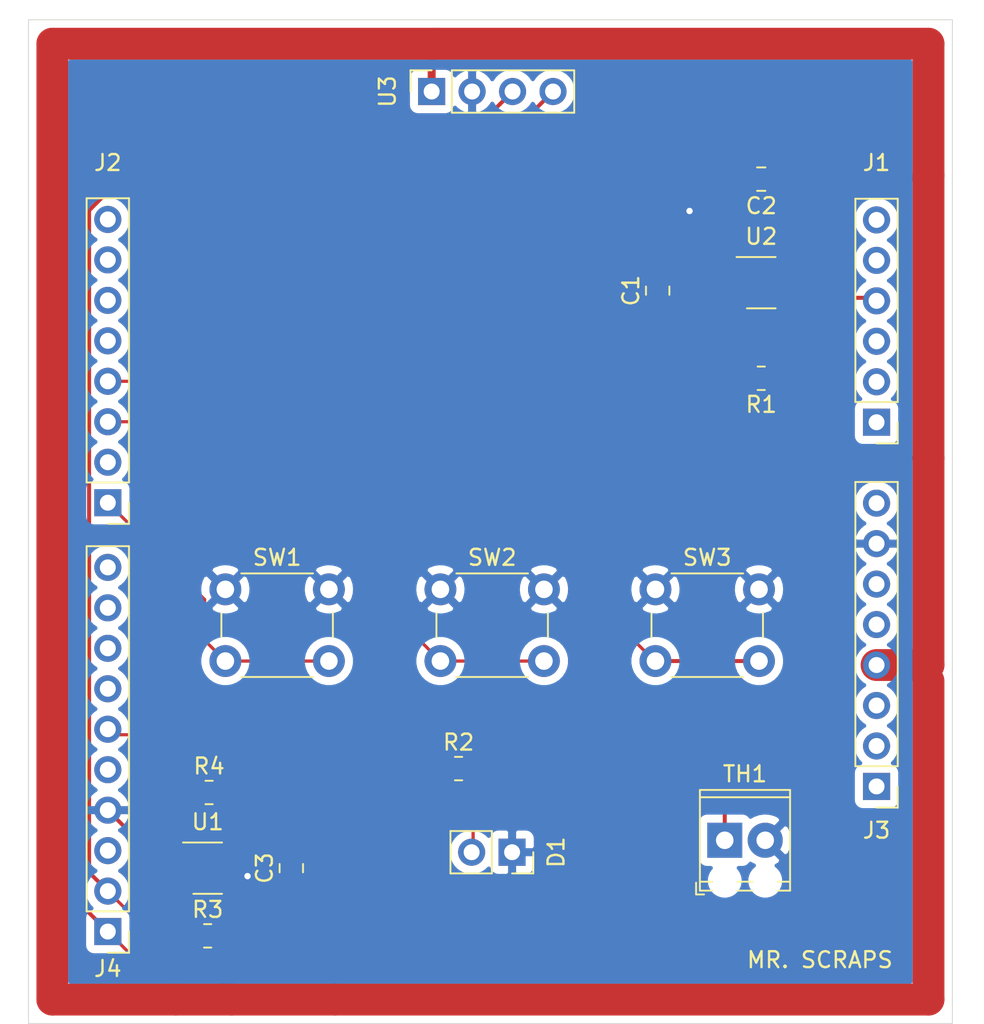
<source format=kicad_pcb>
(kicad_pcb (version 20171130) (host pcbnew "(5.1.7)-1")

  (general
    (thickness 1.6)
    (drawings 13)
    (tracks 97)
    (zones 0)
    (modules 19)
    (nets 13)
  )

  (page A4)
  (layers
    (0 F.Cu signal)
    (31 B.Cu signal)
    (32 B.Adhes user)
    (33 F.Adhes user)
    (34 B.Paste user)
    (35 F.Paste user)
    (36 B.SilkS user)
    (37 F.SilkS user)
    (38 B.Mask user)
    (39 F.Mask user)
    (40 Dwgs.User user)
    (41 Cmts.User user)
    (42 Eco1.User user)
    (43 Eco2.User user)
    (44 Edge.Cuts user)
    (45 Margin user)
    (46 B.CrtYd user)
    (47 F.CrtYd user)
    (48 B.Fab user)
    (49 F.Fab user)
  )

  (setup
    (last_trace_width 0.25)
    (trace_clearance 0.2)
    (zone_clearance 0.508)
    (zone_45_only no)
    (trace_min 0)
    (via_size 0.8)
    (via_drill 0.4)
    (via_min_size 0.4)
    (via_min_drill 0.3)
    (uvia_size 0.3)
    (uvia_drill 0.1)
    (uvias_allowed no)
    (uvia_min_size 0.2)
    (uvia_min_drill 0.1)
    (edge_width 0.05)
    (segment_width 0.2)
    (pcb_text_width 0.3)
    (pcb_text_size 1.5 1.5)
    (mod_edge_width 0.12)
    (mod_text_size 1 1)
    (mod_text_width 0.15)
    (pad_size 1.7 1.7)
    (pad_drill 1)
    (pad_to_mask_clearance 0)
    (aux_axis_origin 0 0)
    (visible_elements 7FFFF7FF)
    (pcbplotparams
      (layerselection 0x010fc_ffffffff)
      (usegerberextensions false)
      (usegerberattributes true)
      (usegerberadvancedattributes true)
      (creategerberjobfile true)
      (excludeedgelayer true)
      (linewidth 0.100000)
      (plotframeref false)
      (viasonmask false)
      (mode 1)
      (useauxorigin false)
      (hpglpennumber 1)
      (hpglpenspeed 20)
      (hpglpendiameter 15.000000)
      (psnegative false)
      (psa4output false)
      (plotreference true)
      (plotvalue true)
      (plotinvisibletext false)
      (padsonsilk false)
      (subtractmaskfromsilk false)
      (outputformat 1)
      (mirror false)
      (drillshape 0)
      (scaleselection 1)
      (outputdirectory "board/"))
  )

  (net 0 "")
  (net 1 GND)
  (net 2 "Net-(C1-Pad1)")
  (net 3 +3V3)
  (net 4 "Net-(D1-Pad2)")
  (net 5 "Net-(J1-Pad4)")
  (net 6 /D4)
  (net 7 /D5)
  (net 8 /D7)
  (net 9 /D12)
  (net 10 /SDA)
  (net 11 /SCL)
  (net 12 "Net-(C3-Pad2)")

  (net_class Default "This is the default net class."
    (clearance 0.2)
    (trace_width 0.25)
    (via_dia 0.8)
    (via_drill 0.4)
    (uvia_dia 0.3)
    (uvia_drill 0.1)
    (add_net +3V3)
    (add_net /D12)
    (add_net /D4)
    (add_net /D5)
    (add_net /D7)
    (add_net /SCL)
    (add_net /SDA)
    (add_net GND)
    (add_net "Net-(C1-Pad1)")
    (add_net "Net-(C3-Pad2)")
    (add_net "Net-(D1-Pad2)")
    (add_net "Net-(J1-Pad4)")
  )

  (module TerminalBlock_Phoenix:TerminalBlock_Phoenix_MPT-0,5-2-2.54_1x02_P2.54mm_Horizontal (layer F.Cu) (tedit 5B294F98) (tstamp 5FA0CE41)
    (at 69.21 120)
    (descr "Terminal Block Phoenix MPT-0,5-2-2.54, 2 pins, pitch 2.54mm, size 5.54x6.2mm^2, drill diamater 1.1mm, pad diameter 2.2mm, see http://www.mouser.com/ds/2/324/ItemDetail_1725656-920552.pdf, script-generated using https://github.com/pointhi/kicad-footprint-generator/scripts/TerminalBlock_Phoenix")
    (tags "THT Terminal Block Phoenix MPT-0,5-2-2.54 pitch 2.54mm size 5.54x6.2mm^2 drill 1.1mm pad 2.2mm")
    (path /5F98C49E)
    (fp_text reference TH1 (at 1.27 -4.16) (layer F.SilkS)
      (effects (font (size 1 1) (thickness 0.15)))
    )
    (fp_text value Thermistor (at 1.27 4.16) (layer F.Fab)
      (effects (font (size 1 1) (thickness 0.15)))
    )
    (fp_circle (center 0 0) (end 1.1 0) (layer F.Fab) (width 0.1))
    (fp_circle (center 2.54 0) (end 3.64 0) (layer F.Fab) (width 0.1))
    (fp_line (start -1.5 -3.1) (end 4.04 -3.1) (layer F.Fab) (width 0.1))
    (fp_line (start 4.04 -3.1) (end 4.04 3.1) (layer F.Fab) (width 0.1))
    (fp_line (start 4.04 3.1) (end -1 3.1) (layer F.Fab) (width 0.1))
    (fp_line (start -1 3.1) (end -1.5 2.6) (layer F.Fab) (width 0.1))
    (fp_line (start -1.5 2.6) (end -1.5 -3.1) (layer F.Fab) (width 0.1))
    (fp_line (start -1.5 2.6) (end 4.04 2.6) (layer F.Fab) (width 0.1))
    (fp_line (start -1.56 2.6) (end -0.79 2.6) (layer F.SilkS) (width 0.12))
    (fp_line (start 0.79 2.6) (end 1.75 2.6) (layer F.SilkS) (width 0.12))
    (fp_line (start 3.33 2.6) (end 4.1 2.6) (layer F.SilkS) (width 0.12))
    (fp_line (start -1.5 -2.7) (end 4.04 -2.7) (layer F.Fab) (width 0.1))
    (fp_line (start -1.56 -2.7) (end 4.1 -2.7) (layer F.SilkS) (width 0.12))
    (fp_line (start -1.56 -3.16) (end 4.1 -3.16) (layer F.SilkS) (width 0.12))
    (fp_line (start -1.56 3.16) (end -0.79 3.16) (layer F.SilkS) (width 0.12))
    (fp_line (start 0.79 3.16) (end 1.75 3.16) (layer F.SilkS) (width 0.12))
    (fp_line (start 3.33 3.16) (end 4.1 3.16) (layer F.SilkS) (width 0.12))
    (fp_line (start -1.56 -3.16) (end -1.56 3.16) (layer F.SilkS) (width 0.12))
    (fp_line (start 4.1 -3.16) (end 4.1 3.16) (layer F.SilkS) (width 0.12))
    (fp_line (start 0.835 -0.7) (end -0.701 0.835) (layer F.Fab) (width 0.1))
    (fp_line (start 0.701 -0.835) (end -0.835 0.7) (layer F.Fab) (width 0.1))
    (fp_line (start 3.375 -0.7) (end 1.84 0.835) (layer F.Fab) (width 0.1))
    (fp_line (start 3.241 -0.835) (end 1.706 0.7) (layer F.Fab) (width 0.1))
    (fp_line (start -1.8 2.66) (end -1.8 3.4) (layer F.SilkS) (width 0.12))
    (fp_line (start -1.8 3.4) (end -1.3 3.4) (layer F.SilkS) (width 0.12))
    (fp_line (start -2 -3.6) (end -2 3.6) (layer F.CrtYd) (width 0.05))
    (fp_line (start -2 3.6) (end 4.54 3.6) (layer F.CrtYd) (width 0.05))
    (fp_line (start 4.54 3.6) (end 4.54 -3.6) (layer F.CrtYd) (width 0.05))
    (fp_line (start 4.54 -3.6) (end -2 -3.6) (layer F.CrtYd) (width 0.05))
    (fp_text user "WIRE IN" (at 1.27 2) (layer F.Fab)
      (effects (font (size 1 1) (thickness 0.15)))
    )
    (pad "" np_thru_hole circle (at 2.54 2.54) (size 1.1 1.1) (drill 1.1) (layers *.Cu *.Mask))
    (pad 2 thru_hole circle (at 2.54 0) (size 2.2 2.2) (drill 1.1) (layers *.Cu *.Mask)
      (net 1 GND))
    (pad "" np_thru_hole circle (at 0 2.54) (size 1.1 1.1) (drill 1.1) (layers *.Cu *.Mask))
    (pad 1 thru_hole rect (at 0 0) (size 2.2 2.2) (drill 1.1) (layers *.Cu *.Mask)
      (net 2 "Net-(C1-Pad1)"))
    (model ${KISYS3DMOD}/TerminalBlock_Phoenix.3dshapes/TerminalBlock_Phoenix_MPT-0,5-2-2.54_1x02_P2.54mm_Horizontal.wrl
      (at (xyz 0 0 0))
      (scale (xyz 1 1 1))
      (rotate (xyz 0 0 0))
    )
  )

  (module Package_TO_SOT_SMD:SOT-23-5 (layer F.Cu) (tedit 5A02FF57) (tstamp 5FACC8A4)
    (at 36.75 121.75)
    (descr "5-pin SOT23 package")
    (tags SOT-23-5)
    (path /5FB074F4)
    (attr smd)
    (fp_text reference U1 (at 0 -2.9) (layer F.SilkS)
      (effects (font (size 1 1) (thickness 0.15)))
    )
    (fp_text value 24LC01B (at 0 2.9) (layer F.Fab)
      (effects (font (size 1 1) (thickness 0.15)))
    )
    (fp_line (start 0.9 -1.55) (end 0.9 1.55) (layer F.Fab) (width 0.1))
    (fp_line (start 0.9 1.55) (end -0.9 1.55) (layer F.Fab) (width 0.1))
    (fp_line (start -0.9 -0.9) (end -0.9 1.55) (layer F.Fab) (width 0.1))
    (fp_line (start 0.9 -1.55) (end -0.25 -1.55) (layer F.Fab) (width 0.1))
    (fp_line (start -0.9 -0.9) (end -0.25 -1.55) (layer F.Fab) (width 0.1))
    (fp_line (start -1.9 1.8) (end -1.9 -1.8) (layer F.CrtYd) (width 0.05))
    (fp_line (start 1.9 1.8) (end -1.9 1.8) (layer F.CrtYd) (width 0.05))
    (fp_line (start 1.9 -1.8) (end 1.9 1.8) (layer F.CrtYd) (width 0.05))
    (fp_line (start -1.9 -1.8) (end 1.9 -1.8) (layer F.CrtYd) (width 0.05))
    (fp_line (start 0.9 -1.61) (end -1.55 -1.61) (layer F.SilkS) (width 0.12))
    (fp_line (start -0.9 1.61) (end 0.9 1.61) (layer F.SilkS) (width 0.12))
    (fp_text user %R (at 0 0 90) (layer F.Fab)
      (effects (font (size 0.5 0.5) (thickness 0.075)))
    )
    (pad 5 smd rect (at 1.1 -0.95) (size 1.06 0.65) (layers F.Cu F.Paste F.Mask)
      (net 12 "Net-(C3-Pad2)"))
    (pad 4 smd rect (at 1.1 0.95) (size 1.06 0.65) (layers F.Cu F.Paste F.Mask)
      (net 1 GND))
    (pad 3 smd rect (at -1.1 0.95) (size 1.06 0.65) (layers F.Cu F.Paste F.Mask)
      (net 10 /SDA))
    (pad 2 smd rect (at -1.1 0) (size 1.06 0.65) (layers F.Cu F.Paste F.Mask)
      (net 1 GND))
    (pad 1 smd rect (at -1.1 -0.95) (size 1.06 0.65) (layers F.Cu F.Paste F.Mask)
      (net 11 /SCL))
    (model ${KISYS3DMOD}/Package_TO_SOT_SMD.3dshapes/SOT-23-5.wrl
      (at (xyz 0 0 0))
      (scale (xyz 1 1 1))
      (rotate (xyz 0 0 0))
    )
  )

  (module Package_TO_SOT_SMD:SOT-23-5 (layer F.Cu) (tedit 5A02FF57) (tstamp 5FACA62D)
    (at 71.5 85)
    (descr "5-pin SOT23 package")
    (tags SOT-23-5)
    (path /5FAD456F)
    (attr smd)
    (fp_text reference U2 (at 0 -2.9) (layer F.SilkS)
      (effects (font (size 1 1) (thickness 0.15)))
    )
    (fp_text value OPA340NA (at 0 2.9) (layer F.Fab)
      (effects (font (size 1 1) (thickness 0.15)))
    )
    (fp_line (start 0.9 -1.55) (end 0.9 1.55) (layer F.Fab) (width 0.1))
    (fp_line (start 0.9 1.55) (end -0.9 1.55) (layer F.Fab) (width 0.1))
    (fp_line (start -0.9 -0.9) (end -0.9 1.55) (layer F.Fab) (width 0.1))
    (fp_line (start 0.9 -1.55) (end -0.25 -1.55) (layer F.Fab) (width 0.1))
    (fp_line (start -0.9 -0.9) (end -0.25 -1.55) (layer F.Fab) (width 0.1))
    (fp_line (start -1.9 1.8) (end -1.9 -1.8) (layer F.CrtYd) (width 0.05))
    (fp_line (start 1.9 1.8) (end -1.9 1.8) (layer F.CrtYd) (width 0.05))
    (fp_line (start 1.9 -1.8) (end 1.9 1.8) (layer F.CrtYd) (width 0.05))
    (fp_line (start -1.9 -1.8) (end 1.9 -1.8) (layer F.CrtYd) (width 0.05))
    (fp_line (start 0.9 -1.61) (end -1.55 -1.61) (layer F.SilkS) (width 0.12))
    (fp_line (start -0.9 1.61) (end 0.9 1.61) (layer F.SilkS) (width 0.12))
    (fp_text user %R (at 0 0 90) (layer F.Fab)
      (effects (font (size 0.5 0.5) (thickness 0.075)))
    )
    (pad 5 smd rect (at 1.1 -0.95) (size 1.06 0.65) (layers F.Cu F.Paste F.Mask)
      (net 3 +3V3))
    (pad 4 smd rect (at 1.1 0.95) (size 1.06 0.65) (layers F.Cu F.Paste F.Mask)
      (net 5 "Net-(J1-Pad4)"))
    (pad 3 smd rect (at -1.1 0.95) (size 1.06 0.65) (layers F.Cu F.Paste F.Mask)
      (net 2 "Net-(C1-Pad1)"))
    (pad 2 smd rect (at -1.1 0) (size 1.06 0.65) (layers F.Cu F.Paste F.Mask)
      (net 1 GND))
    (pad 1 smd rect (at -1.1 -0.95) (size 1.06 0.65) (layers F.Cu F.Paste F.Mask)
      (net 5 "Net-(J1-Pad4)"))
    (model ${KISYS3DMOD}/Package_TO_SOT_SMD.3dshapes/SOT-23-5.wrl
      (at (xyz 0 0 0))
      (scale (xyz 1 1 1))
      (rotate (xyz 0 0 0))
    )
  )

  (module Resistor_SMD:R_0805_2012Metric_Pad1.20x1.40mm_HandSolder (layer F.Cu) (tedit 5F68FEEE) (tstamp 5FA0CDA1)
    (at 71.5 91 180)
    (descr "Resistor SMD 0805 (2012 Metric), square (rectangular) end terminal, IPC_7351 nominal with elongated pad for handsoldering. (Body size source: IPC-SM-782 page 72, https://www.pcb-3d.com/wordpress/wp-content/uploads/ipc-sm-782a_amendment_1_and_2.pdf), generated with kicad-footprint-generator")
    (tags "resistor handsolder")
    (path /5F98B893)
    (attr smd)
    (fp_text reference R1 (at 0 -1.65) (layer F.SilkS)
      (effects (font (size 1 1) (thickness 0.15)))
    )
    (fp_text value 10k (at 0 1.65) (layer F.Fab)
      (effects (font (size 1 1) (thickness 0.15)))
    )
    (fp_line (start 1.85 0.95) (end -1.85 0.95) (layer F.CrtYd) (width 0.05))
    (fp_line (start 1.85 -0.95) (end 1.85 0.95) (layer F.CrtYd) (width 0.05))
    (fp_line (start -1.85 -0.95) (end 1.85 -0.95) (layer F.CrtYd) (width 0.05))
    (fp_line (start -1.85 0.95) (end -1.85 -0.95) (layer F.CrtYd) (width 0.05))
    (fp_line (start -0.227064 0.735) (end 0.227064 0.735) (layer F.SilkS) (width 0.12))
    (fp_line (start -0.227064 -0.735) (end 0.227064 -0.735) (layer F.SilkS) (width 0.12))
    (fp_line (start 1 0.625) (end -1 0.625) (layer F.Fab) (width 0.1))
    (fp_line (start 1 -0.625) (end 1 0.625) (layer F.Fab) (width 0.1))
    (fp_line (start -1 -0.625) (end 1 -0.625) (layer F.Fab) (width 0.1))
    (fp_line (start -1 0.625) (end -1 -0.625) (layer F.Fab) (width 0.1))
    (fp_text user %R (at 0 0) (layer F.Fab)
      (effects (font (size 0.5 0.5) (thickness 0.08)))
    )
    (pad 2 smd roundrect (at 1 0 180) (size 1.2 1.4) (layers F.Cu F.Paste F.Mask) (roundrect_rratio 0.2083325)
      (net 2 "Net-(C1-Pad1)"))
    (pad 1 smd roundrect (at -1 0 180) (size 1.2 1.4) (layers F.Cu F.Paste F.Mask) (roundrect_rratio 0.2083325)
      (net 3 +3V3))
    (model ${KISYS3DMOD}/Resistor_SMD.3dshapes/R_0805_2012Metric.wrl
      (at (xyz 0 0 0))
      (scale (xyz 1 1 1))
      (rotate (xyz 0 0 0))
    )
  )

  (module Resistor_SMD:R_0805_2012Metric (layer F.Cu) (tedit 5F68FEEE) (tstamp 5FA0CDCE)
    (at 36.8375 117)
    (descr "Resistor SMD 0805 (2012 Metric), square (rectangular) end terminal, IPC_7351 nominal, (Body size source: IPC-SM-782 page 72, https://www.pcb-3d.com/wordpress/wp-content/uploads/ipc-sm-782a_amendment_1_and_2.pdf), generated with kicad-footprint-generator")
    (tags resistor)
    (path /5FA02178)
    (attr smd)
    (fp_text reference R4 (at 0 -1.65) (layer F.SilkS)
      (effects (font (size 1 1) (thickness 0.15)))
    )
    (fp_text value 4.7k (at 0 1.65) (layer F.Fab)
      (effects (font (size 1 1) (thickness 0.15)))
    )
    (fp_line (start 1.68 0.95) (end -1.68 0.95) (layer F.CrtYd) (width 0.05))
    (fp_line (start 1.68 -0.95) (end 1.68 0.95) (layer F.CrtYd) (width 0.05))
    (fp_line (start -1.68 -0.95) (end 1.68 -0.95) (layer F.CrtYd) (width 0.05))
    (fp_line (start -1.68 0.95) (end -1.68 -0.95) (layer F.CrtYd) (width 0.05))
    (fp_line (start -0.227064 0.735) (end 0.227064 0.735) (layer F.SilkS) (width 0.12))
    (fp_line (start -0.227064 -0.735) (end 0.227064 -0.735) (layer F.SilkS) (width 0.12))
    (fp_line (start 1 0.625) (end -1 0.625) (layer F.Fab) (width 0.1))
    (fp_line (start 1 -0.625) (end 1 0.625) (layer F.Fab) (width 0.1))
    (fp_line (start -1 -0.625) (end 1 -0.625) (layer F.Fab) (width 0.1))
    (fp_line (start -1 0.625) (end -1 -0.625) (layer F.Fab) (width 0.1))
    (fp_text user %R (at 0 0) (layer F.Fab)
      (effects (font (size 0.5 0.5) (thickness 0.08)))
    )
    (pad 2 smd roundrect (at 0.9125 0) (size 1.025 1.4) (layers F.Cu F.Paste F.Mask) (roundrect_rratio 0.2439004878048781)
      (net 3 +3V3))
    (pad 1 smd roundrect (at -0.9125 0) (size 1.025 1.4) (layers F.Cu F.Paste F.Mask) (roundrect_rratio 0.2439004878048781)
      (net 11 /SCL))
    (model ${KISYS3DMOD}/Resistor_SMD.3dshapes/R_0805_2012Metric.wrl
      (at (xyz 0 0 0))
      (scale (xyz 1 1 1))
      (rotate (xyz 0 0 0))
    )
  )

  (module Resistor_SMD:R_0805_2012Metric (layer F.Cu) (tedit 5F68FEEE) (tstamp 5FA0CDBF)
    (at 36.75 126)
    (descr "Resistor SMD 0805 (2012 Metric), square (rectangular) end terminal, IPC_7351 nominal, (Body size source: IPC-SM-782 page 72, https://www.pcb-3d.com/wordpress/wp-content/uploads/ipc-sm-782a_amendment_1_and_2.pdf), generated with kicad-footprint-generator")
    (tags resistor)
    (path /5F9F39C7)
    (attr smd)
    (fp_text reference R3 (at 0 -1.65) (layer F.SilkS)
      (effects (font (size 1 1) (thickness 0.15)))
    )
    (fp_text value 4.7k (at 0 1.65) (layer F.Fab)
      (effects (font (size 1 1) (thickness 0.15)))
    )
    (fp_line (start 1.68 0.95) (end -1.68 0.95) (layer F.CrtYd) (width 0.05))
    (fp_line (start 1.68 -0.95) (end 1.68 0.95) (layer F.CrtYd) (width 0.05))
    (fp_line (start -1.68 -0.95) (end 1.68 -0.95) (layer F.CrtYd) (width 0.05))
    (fp_line (start -1.68 0.95) (end -1.68 -0.95) (layer F.CrtYd) (width 0.05))
    (fp_line (start -0.227064 0.735) (end 0.227064 0.735) (layer F.SilkS) (width 0.12))
    (fp_line (start -0.227064 -0.735) (end 0.227064 -0.735) (layer F.SilkS) (width 0.12))
    (fp_line (start 1 0.625) (end -1 0.625) (layer F.Fab) (width 0.1))
    (fp_line (start 1 -0.625) (end 1 0.625) (layer F.Fab) (width 0.1))
    (fp_line (start -1 -0.625) (end 1 -0.625) (layer F.Fab) (width 0.1))
    (fp_line (start -1 0.625) (end -1 -0.625) (layer F.Fab) (width 0.1))
    (fp_text user %R (at 0 0) (layer F.Fab)
      (effects (font (size 0.5 0.5) (thickness 0.08)))
    )
    (pad 2 smd roundrect (at 0.9125 0) (size 1.025 1.4) (layers F.Cu F.Paste F.Mask) (roundrect_rratio 0.2439004878048781)
      (net 3 +3V3))
    (pad 1 smd roundrect (at -0.9125 0) (size 1.025 1.4) (layers F.Cu F.Paste F.Mask) (roundrect_rratio 0.2439004878048781)
      (net 10 /SDA))
    (model ${KISYS3DMOD}/Resistor_SMD.3dshapes/R_0805_2012Metric.wrl
      (at (xyz 0 0 0))
      (scale (xyz 1 1 1))
      (rotate (xyz 0 0 0))
    )
  )

  (module Resistor_SMD:R_0805_2012Metric (layer F.Cu) (tedit 5F68FEEE) (tstamp 5FA0CDB0)
    (at 52.5 115.5)
    (descr "Resistor SMD 0805 (2012 Metric), square (rectangular) end terminal, IPC_7351 nominal, (Body size source: IPC-SM-782 page 72, https://www.pcb-3d.com/wordpress/wp-content/uploads/ipc-sm-782a_amendment_1_and_2.pdf), generated with kicad-footprint-generator")
    (tags resistor)
    (path /5F9B2052)
    (attr smd)
    (fp_text reference R2 (at 0 -1.65) (layer F.SilkS)
      (effects (font (size 1 1) (thickness 0.15)))
    )
    (fp_text value 100 (at 0 1.65) (layer F.Fab)
      (effects (font (size 1 1) (thickness 0.15)))
    )
    (fp_line (start 1.68 0.95) (end -1.68 0.95) (layer F.CrtYd) (width 0.05))
    (fp_line (start 1.68 -0.95) (end 1.68 0.95) (layer F.CrtYd) (width 0.05))
    (fp_line (start -1.68 -0.95) (end 1.68 -0.95) (layer F.CrtYd) (width 0.05))
    (fp_line (start -1.68 0.95) (end -1.68 -0.95) (layer F.CrtYd) (width 0.05))
    (fp_line (start -0.227064 0.735) (end 0.227064 0.735) (layer F.SilkS) (width 0.12))
    (fp_line (start -0.227064 -0.735) (end 0.227064 -0.735) (layer F.SilkS) (width 0.12))
    (fp_line (start 1 0.625) (end -1 0.625) (layer F.Fab) (width 0.1))
    (fp_line (start 1 -0.625) (end 1 0.625) (layer F.Fab) (width 0.1))
    (fp_line (start -1 -0.625) (end 1 -0.625) (layer F.Fab) (width 0.1))
    (fp_line (start -1 0.625) (end -1 -0.625) (layer F.Fab) (width 0.1))
    (fp_text user %R (at 0 0) (layer F.Fab)
      (effects (font (size 0.5 0.5) (thickness 0.08)))
    )
    (pad 2 smd roundrect (at 0.9125 0) (size 1.025 1.4) (layers F.Cu F.Paste F.Mask) (roundrect_rratio 0.2439004878048781)
      (net 4 "Net-(D1-Pad2)"))
    (pad 1 smd roundrect (at -0.9125 0) (size 1.025 1.4) (layers F.Cu F.Paste F.Mask) (roundrect_rratio 0.2439004878048781)
      (net 9 /D12))
    (model ${KISYS3DMOD}/Resistor_SMD.3dshapes/R_0805_2012Metric.wrl
      (at (xyz 0 0 0))
      (scale (xyz 1 1 1))
      (rotate (xyz 0 0 0))
    )
  )

  (module Capacitor_SMD:C_0805_2012Metric (layer F.Cu) (tedit 5FAC67E5) (tstamp 5FA33AFC)
    (at 42 121.75 90)
    (descr "Capacitor SMD 0805 (2012 Metric), square (rectangular) end terminal, IPC_7351 nominal, (Body size source: IPC-SM-782 page 76, https://www.pcb-3d.com/wordpress/wp-content/uploads/ipc-sm-782a_amendment_1_and_2.pdf, https://docs.google.com/spreadsheets/d/1BsfQQcO9C6DZCsRaXUlFlo91Tg2WpOkGARC1WS5S8t0/edit?usp=sharing), generated with kicad-footprint-generator")
    (tags capacitor)
    (path /5FA3451F)
    (attr smd)
    (fp_text reference C3 (at 0 -1.68 90) (layer F.SilkS)
      (effects (font (size 1 1) (thickness 0.15)))
    )
    (fp_text value .1uF (at 0 1.68 90) (layer F.Fab)
      (effects (font (size 1 1) (thickness 0.15)))
    )
    (fp_line (start 1.7 0.98) (end -1.7 0.98) (layer F.CrtYd) (width 0.05))
    (fp_line (start 1.7 -0.98) (end 1.7 0.98) (layer F.CrtYd) (width 0.05))
    (fp_line (start -1.7 -0.98) (end 1.7 -0.98) (layer F.CrtYd) (width 0.05))
    (fp_line (start -1.7 0.98) (end -1.7 -0.98) (layer F.CrtYd) (width 0.05))
    (fp_line (start -0.261252 0.735) (end 0.261252 0.735) (layer F.SilkS) (width 0.12))
    (fp_line (start -0.261252 -0.735) (end 0.261252 -0.735) (layer F.SilkS) (width 0.12))
    (fp_line (start 1 0.625) (end -1 0.625) (layer F.Fab) (width 0.1))
    (fp_line (start 1 -0.625) (end 1 0.625) (layer F.Fab) (width 0.1))
    (fp_line (start -1 -0.625) (end 1 -0.625) (layer F.Fab) (width 0.1))
    (fp_line (start -1 0.625) (end -1 -0.625) (layer F.Fab) (width 0.1))
    (fp_text user %R (at 0 0 90) (layer F.Fab)
      (effects (font (size 0.5 0.5) (thickness 0.08)))
    )
    (pad 2 smd roundrect (at 0.95 0 90) (size 1 1.45) (layers F.Cu F.Paste F.Mask) (roundrect_rratio 0.25)
      (net 12 "Net-(C3-Pad2)"))
    (pad 1 smd roundrect (at -0.95 0 90) (size 1 1.45) (layers F.Cu F.Paste F.Mask) (roundrect_rratio 0.25)
      (net 3 +3V3))
    (model ${KISYS3DMOD}/Capacitor_SMD.3dshapes/C_0805_2012Metric.wrl
      (at (xyz 0 0 0))
      (scale (xyz 1 1 1))
      (rotate (xyz 0 0 0))
    )
  )

  (module Capacitor_SMD:C_0805_2012Metric (layer F.Cu) (tedit 5F68FEEE) (tstamp 5FA0CD0C)
    (at 71.5 78.5 180)
    (descr "Capacitor SMD 0805 (2012 Metric), square (rectangular) end terminal, IPC_7351 nominal, (Body size source: IPC-SM-782 page 76, https://www.pcb-3d.com/wordpress/wp-content/uploads/ipc-sm-782a_amendment_1_and_2.pdf, https://docs.google.com/spreadsheets/d/1BsfQQcO9C6DZCsRaXUlFlo91Tg2WpOkGARC1WS5S8t0/edit?usp=sharing), generated with kicad-footprint-generator")
    (tags capacitor)
    (path /5F9927A6)
    (attr smd)
    (fp_text reference C2 (at 0 -1.68) (layer F.SilkS)
      (effects (font (size 1 1) (thickness 0.15)))
    )
    (fp_text value .1uF (at 0 1.68) (layer F.Fab)
      (effects (font (size 1 1) (thickness 0.15)))
    )
    (fp_line (start 1.7 0.98) (end -1.7 0.98) (layer F.CrtYd) (width 0.05))
    (fp_line (start 1.7 -0.98) (end 1.7 0.98) (layer F.CrtYd) (width 0.05))
    (fp_line (start -1.7 -0.98) (end 1.7 -0.98) (layer F.CrtYd) (width 0.05))
    (fp_line (start -1.7 0.98) (end -1.7 -0.98) (layer F.CrtYd) (width 0.05))
    (fp_line (start -0.261252 0.735) (end 0.261252 0.735) (layer F.SilkS) (width 0.12))
    (fp_line (start -0.261252 -0.735) (end 0.261252 -0.735) (layer F.SilkS) (width 0.12))
    (fp_line (start 1 0.625) (end -1 0.625) (layer F.Fab) (width 0.1))
    (fp_line (start 1 -0.625) (end 1 0.625) (layer F.Fab) (width 0.1))
    (fp_line (start -1 -0.625) (end 1 -0.625) (layer F.Fab) (width 0.1))
    (fp_line (start -1 0.625) (end -1 -0.625) (layer F.Fab) (width 0.1))
    (fp_text user %R (at 0 0) (layer F.Fab)
      (effects (font (size 0.5 0.5) (thickness 0.08)))
    )
    (pad 2 smd roundrect (at 0.95 0 180) (size 1 1.45) (layers F.Cu F.Paste F.Mask) (roundrect_rratio 0.25)
      (net 1 GND))
    (pad 1 smd roundrect (at -0.95 0 180) (size 1 1.45) (layers F.Cu F.Paste F.Mask) (roundrect_rratio 0.25)
      (net 3 +3V3))
    (model ${KISYS3DMOD}/Capacitor_SMD.3dshapes/C_0805_2012Metric.wrl
      (at (xyz 0 0 0))
      (scale (xyz 1 1 1))
      (rotate (xyz 0 0 0))
    )
  )

  (module Capacitor_SMD:C_0805_2012Metric (layer F.Cu) (tedit 5F68FEEE) (tstamp 5FA0CCF7)
    (at 65 85.5 90)
    (descr "Capacitor SMD 0805 (2012 Metric), square (rectangular) end terminal, IPC_7351 nominal, (Body size source: IPC-SM-782 page 76, https://www.pcb-3d.com/wordpress/wp-content/uploads/ipc-sm-782a_amendment_1_and_2.pdf, https://docs.google.com/spreadsheets/d/1BsfQQcO9C6DZCsRaXUlFlo91Tg2WpOkGARC1WS5S8t0/edit?usp=sharing), generated with kicad-footprint-generator")
    (tags capacitor)
    (path /5F9999B6)
    (attr smd)
    (fp_text reference C1 (at 0 -1.68 90) (layer F.SilkS)
      (effects (font (size 1 1) (thickness 0.15)))
    )
    (fp_text value .1uF (at 0 1.68 90) (layer F.Fab)
      (effects (font (size 1 1) (thickness 0.15)))
    )
    (fp_line (start 1.7 0.98) (end -1.7 0.98) (layer F.CrtYd) (width 0.05))
    (fp_line (start 1.7 -0.98) (end 1.7 0.98) (layer F.CrtYd) (width 0.05))
    (fp_line (start -1.7 -0.98) (end 1.7 -0.98) (layer F.CrtYd) (width 0.05))
    (fp_line (start -1.7 0.98) (end -1.7 -0.98) (layer F.CrtYd) (width 0.05))
    (fp_line (start -0.261252 0.735) (end 0.261252 0.735) (layer F.SilkS) (width 0.12))
    (fp_line (start -0.261252 -0.735) (end 0.261252 -0.735) (layer F.SilkS) (width 0.12))
    (fp_line (start 1 0.625) (end -1 0.625) (layer F.Fab) (width 0.1))
    (fp_line (start 1 -0.625) (end 1 0.625) (layer F.Fab) (width 0.1))
    (fp_line (start -1 -0.625) (end 1 -0.625) (layer F.Fab) (width 0.1))
    (fp_line (start -1 0.625) (end -1 -0.625) (layer F.Fab) (width 0.1))
    (fp_text user %R (at 0 0 90) (layer F.Fab)
      (effects (font (size 0.5 0.5) (thickness 0.08)))
    )
    (pad 2 smd roundrect (at 0.95 0 90) (size 1 1.45) (layers F.Cu F.Paste F.Mask) (roundrect_rratio 0.25)
      (net 1 GND))
    (pad 1 smd roundrect (at -0.95 0 90) (size 1 1.45) (layers F.Cu F.Paste F.Mask) (roundrect_rratio 0.25)
      (net 2 "Net-(C1-Pad1)"))
    (model ${KISYS3DMOD}/Capacitor_SMD.3dshapes/C_0805_2012Metric.wrl
      (at (xyz 0 0 0))
      (scale (xyz 1 1 1))
      (rotate (xyz 0 0 0))
    )
  )

  (module Connector_PinSocket_2.54mm:PinSocket_1x04_P2.54mm_Vertical (layer F.Cu) (tedit 5A19A429) (tstamp 5FAC4540)
    (at 50.81 73 90)
    (descr "Through hole straight socket strip, 1x04, 2.54mm pitch, single row (from Kicad 4.0.7), script generated")
    (tags "Through hole socket strip THT 1x04 2.54mm single row")
    (path /5F9BBE98)
    (fp_text reference U3 (at 0 -2.77 90) (layer F.SilkS)
      (effects (font (size 1 1) (thickness 0.15)))
    )
    (fp_text value SSD1306_OLED (at 0 10.39 90) (layer F.Fab)
      (effects (font (size 1 1) (thickness 0.15)))
    )
    (fp_line (start -1.27 -1.27) (end 0.635 -1.27) (layer F.Fab) (width 0.1))
    (fp_line (start 0.635 -1.27) (end 1.27 -0.635) (layer F.Fab) (width 0.1))
    (fp_line (start 1.27 -0.635) (end 1.27 8.89) (layer F.Fab) (width 0.1))
    (fp_line (start 1.27 8.89) (end -1.27 8.89) (layer F.Fab) (width 0.1))
    (fp_line (start -1.27 8.89) (end -1.27 -1.27) (layer F.Fab) (width 0.1))
    (fp_line (start -1.33 1.27) (end 1.33 1.27) (layer F.SilkS) (width 0.12))
    (fp_line (start -1.33 1.27) (end -1.33 8.95) (layer F.SilkS) (width 0.12))
    (fp_line (start -1.33 8.95) (end 1.33 8.95) (layer F.SilkS) (width 0.12))
    (fp_line (start 1.33 1.27) (end 1.33 8.95) (layer F.SilkS) (width 0.12))
    (fp_line (start 1.33 -1.33) (end 1.33 0) (layer F.SilkS) (width 0.12))
    (fp_line (start 0 -1.33) (end 1.33 -1.33) (layer F.SilkS) (width 0.12))
    (fp_line (start -1.8 -1.8) (end 1.75 -1.8) (layer F.CrtYd) (width 0.05))
    (fp_line (start 1.75 -1.8) (end 1.75 9.4) (layer F.CrtYd) (width 0.05))
    (fp_line (start 1.75 9.4) (end -1.8 9.4) (layer F.CrtYd) (width 0.05))
    (fp_line (start -1.8 9.4) (end -1.8 -1.8) (layer F.CrtYd) (width 0.05))
    (fp_text user %R (at 0 3.81) (layer F.Fab)
      (effects (font (size 1 1) (thickness 0.15)))
    )
    (pad 4 thru_hole oval (at 0 7.62 90) (size 1.7 1.7) (drill 1) (layers *.Cu *.Mask)
      (net 10 /SDA))
    (pad 3 thru_hole oval (at 0 5.08 90) (size 1.7 1.7) (drill 1) (layers *.Cu *.Mask)
      (net 11 /SCL))
    (pad 2 thru_hole oval (at 0 2.54 90) (size 1.7 1.7) (drill 1) (layers *.Cu *.Mask)
      (net 1 GND))
    (pad 1 thru_hole rect (at 0 0 90) (size 1.7 1.7) (drill 1) (layers *.Cu *.Mask)
      (net 3 +3V3))
    (model ${KISYS3DMOD}/Connector_PinSocket_2.54mm.3dshapes/PinSocket_1x04_P2.54mm_Vertical.wrl
      (at (xyz 0 0 0))
      (scale (xyz 1 1 1))
      (rotate (xyz 0 0 0))
    )
  )

  (module Button_Switch_THT:SW_PUSH_6mm_H5mm (layer F.Cu) (tedit 5A02FE31) (tstamp 5FA0CE2B)
    (at 37.86 104.25)
    (descr "tactile push button, 6x6mm e.g. PHAP33xx series, height=5mm")
    (tags "tact sw push 6mm")
    (path /5F9B0E5F)
    (fp_text reference SW1 (at 3.25 -2) (layer F.SilkS)
      (effects (font (size 1 1) (thickness 0.15)))
    )
    (fp_text value SW_Push_Dual_x2 (at 3.75 6.7) (layer F.Fab)
      (effects (font (size 1 1) (thickness 0.15)))
    )
    (fp_line (start 3.25 -0.75) (end 6.25 -0.75) (layer F.Fab) (width 0.1))
    (fp_line (start 6.25 -0.75) (end 6.25 5.25) (layer F.Fab) (width 0.1))
    (fp_line (start 6.25 5.25) (end 0.25 5.25) (layer F.Fab) (width 0.1))
    (fp_line (start 0.25 5.25) (end 0.25 -0.75) (layer F.Fab) (width 0.1))
    (fp_line (start 0.25 -0.75) (end 3.25 -0.75) (layer F.Fab) (width 0.1))
    (fp_line (start 7.75 6) (end 8 6) (layer F.CrtYd) (width 0.05))
    (fp_line (start 8 6) (end 8 5.75) (layer F.CrtYd) (width 0.05))
    (fp_line (start 7.75 -1.5) (end 8 -1.5) (layer F.CrtYd) (width 0.05))
    (fp_line (start 8 -1.5) (end 8 -1.25) (layer F.CrtYd) (width 0.05))
    (fp_line (start -1.5 -1.25) (end -1.5 -1.5) (layer F.CrtYd) (width 0.05))
    (fp_line (start -1.5 -1.5) (end -1.25 -1.5) (layer F.CrtYd) (width 0.05))
    (fp_line (start -1.5 5.75) (end -1.5 6) (layer F.CrtYd) (width 0.05))
    (fp_line (start -1.5 6) (end -1.25 6) (layer F.CrtYd) (width 0.05))
    (fp_line (start -1.25 -1.5) (end 7.75 -1.5) (layer F.CrtYd) (width 0.05))
    (fp_line (start -1.5 5.75) (end -1.5 -1.25) (layer F.CrtYd) (width 0.05))
    (fp_line (start 7.75 6) (end -1.25 6) (layer F.CrtYd) (width 0.05))
    (fp_line (start 8 -1.25) (end 8 5.75) (layer F.CrtYd) (width 0.05))
    (fp_line (start 1 5.5) (end 5.5 5.5) (layer F.SilkS) (width 0.12))
    (fp_line (start -0.25 1.5) (end -0.25 3) (layer F.SilkS) (width 0.12))
    (fp_line (start 5.5 -1) (end 1 -1) (layer F.SilkS) (width 0.12))
    (fp_line (start 6.75 3) (end 6.75 1.5) (layer F.SilkS) (width 0.12))
    (fp_circle (center 3.25 2.25) (end 1.25 2.5) (layer F.Fab) (width 0.1))
    (fp_text user %R (at 3.25 2.25) (layer F.Fab)
      (effects (font (size 1 1) (thickness 0.15)))
    )
    (pad 1 thru_hole circle (at 6.5 0 90) (size 2 2) (drill 1.1) (layers *.Cu *.Mask)
      (net 1 GND))
    (pad 2 thru_hole circle (at 6.5 4.5 90) (size 2 2) (drill 1.1) (layers *.Cu *.Mask)
      (net 8 /D7))
    (pad 1 thru_hole circle (at 0 0 90) (size 2 2) (drill 1.1) (layers *.Cu *.Mask)
      (net 1 GND))
    (pad 2 thru_hole circle (at 0 4.5 90) (size 2 2) (drill 1.1) (layers *.Cu *.Mask)
      (net 8 /D7))
    (model ${KISYS3DMOD}/Button_Switch_THT.3dshapes/SW_PUSH_6mm_H5mm.wrl
      (at (xyz 0 0 0))
      (scale (xyz 1 1 1))
      (rotate (xyz 0 0 0))
    )
  )

  (module Button_Switch_THT:SW_PUSH_6mm_H5mm (layer F.Cu) (tedit 5A02FE31) (tstamp 5FA0CE0C)
    (at 51.36 104.25)
    (descr "tactile push button, 6x6mm e.g. PHAP33xx series, height=5mm")
    (tags "tact sw push 6mm")
    (path /5F9B06D8)
    (fp_text reference SW2 (at 3.25 -2) (layer F.SilkS)
      (effects (font (size 1 1) (thickness 0.15)))
    )
    (fp_text value SW_Push_Dual_x2 (at 3.75 6.7) (layer F.Fab)
      (effects (font (size 1 1) (thickness 0.15)))
    )
    (fp_line (start 3.25 -0.75) (end 6.25 -0.75) (layer F.Fab) (width 0.1))
    (fp_line (start 6.25 -0.75) (end 6.25 5.25) (layer F.Fab) (width 0.1))
    (fp_line (start 6.25 5.25) (end 0.25 5.25) (layer F.Fab) (width 0.1))
    (fp_line (start 0.25 5.25) (end 0.25 -0.75) (layer F.Fab) (width 0.1))
    (fp_line (start 0.25 -0.75) (end 3.25 -0.75) (layer F.Fab) (width 0.1))
    (fp_line (start 7.75 6) (end 8 6) (layer F.CrtYd) (width 0.05))
    (fp_line (start 8 6) (end 8 5.75) (layer F.CrtYd) (width 0.05))
    (fp_line (start 7.75 -1.5) (end 8 -1.5) (layer F.CrtYd) (width 0.05))
    (fp_line (start 8 -1.5) (end 8 -1.25) (layer F.CrtYd) (width 0.05))
    (fp_line (start -1.5 -1.25) (end -1.5 -1.5) (layer F.CrtYd) (width 0.05))
    (fp_line (start -1.5 -1.5) (end -1.25 -1.5) (layer F.CrtYd) (width 0.05))
    (fp_line (start -1.5 5.75) (end -1.5 6) (layer F.CrtYd) (width 0.05))
    (fp_line (start -1.5 6) (end -1.25 6) (layer F.CrtYd) (width 0.05))
    (fp_line (start -1.25 -1.5) (end 7.75 -1.5) (layer F.CrtYd) (width 0.05))
    (fp_line (start -1.5 5.75) (end -1.5 -1.25) (layer F.CrtYd) (width 0.05))
    (fp_line (start 7.75 6) (end -1.25 6) (layer F.CrtYd) (width 0.05))
    (fp_line (start 8 -1.25) (end 8 5.75) (layer F.CrtYd) (width 0.05))
    (fp_line (start 1 5.5) (end 5.5 5.5) (layer F.SilkS) (width 0.12))
    (fp_line (start -0.25 1.5) (end -0.25 3) (layer F.SilkS) (width 0.12))
    (fp_line (start 5.5 -1) (end 1 -1) (layer F.SilkS) (width 0.12))
    (fp_line (start 6.75 3) (end 6.75 1.5) (layer F.SilkS) (width 0.12))
    (fp_circle (center 3.25 2.25) (end 1.25 2.5) (layer F.Fab) (width 0.1))
    (fp_text user %R (at 3.25 2.25) (layer F.Fab)
      (effects (font (size 1 1) (thickness 0.15)))
    )
    (pad 1 thru_hole circle (at 6.5 0 90) (size 2 2) (drill 1.1) (layers *.Cu *.Mask)
      (net 1 GND))
    (pad 2 thru_hole circle (at 6.5 4.5 90) (size 2 2) (drill 1.1) (layers *.Cu *.Mask)
      (net 7 /D5))
    (pad 1 thru_hole circle (at 0 0 90) (size 2 2) (drill 1.1) (layers *.Cu *.Mask)
      (net 1 GND))
    (pad 2 thru_hole circle (at 0 4.5 90) (size 2 2) (drill 1.1) (layers *.Cu *.Mask)
      (net 7 /D5))
    (model ${KISYS3DMOD}/Button_Switch_THT.3dshapes/SW_PUSH_6mm_H5mm.wrl
      (at (xyz 0 0 0))
      (scale (xyz 1 1 1))
      (rotate (xyz 0 0 0))
    )
  )

  (module Button_Switch_THT:SW_PUSH_6mm_H5mm (layer F.Cu) (tedit 5A02FE31) (tstamp 5FA0CDED)
    (at 64.86 104.25)
    (descr "tactile push button, 6x6mm e.g. PHAP33xx series, height=5mm")
    (tags "tact sw push 6mm")
    (path /5F9AFFBA)
    (fp_text reference SW3 (at 3.25 -2) (layer F.SilkS)
      (effects (font (size 1 1) (thickness 0.15)))
    )
    (fp_text value SW_Push_Dual_x2 (at 3.75 6.7) (layer F.Fab)
      (effects (font (size 1 1) (thickness 0.15)))
    )
    (fp_line (start 3.25 -0.75) (end 6.25 -0.75) (layer F.Fab) (width 0.1))
    (fp_line (start 6.25 -0.75) (end 6.25 5.25) (layer F.Fab) (width 0.1))
    (fp_line (start 6.25 5.25) (end 0.25 5.25) (layer F.Fab) (width 0.1))
    (fp_line (start 0.25 5.25) (end 0.25 -0.75) (layer F.Fab) (width 0.1))
    (fp_line (start 0.25 -0.75) (end 3.25 -0.75) (layer F.Fab) (width 0.1))
    (fp_line (start 7.75 6) (end 8 6) (layer F.CrtYd) (width 0.05))
    (fp_line (start 8 6) (end 8 5.75) (layer F.CrtYd) (width 0.05))
    (fp_line (start 7.75 -1.5) (end 8 -1.5) (layer F.CrtYd) (width 0.05))
    (fp_line (start 8 -1.5) (end 8 -1.25) (layer F.CrtYd) (width 0.05))
    (fp_line (start -1.5 -1.25) (end -1.5 -1.5) (layer F.CrtYd) (width 0.05))
    (fp_line (start -1.5 -1.5) (end -1.25 -1.5) (layer F.CrtYd) (width 0.05))
    (fp_line (start -1.5 5.75) (end -1.5 6) (layer F.CrtYd) (width 0.05))
    (fp_line (start -1.5 6) (end -1.25 6) (layer F.CrtYd) (width 0.05))
    (fp_line (start -1.25 -1.5) (end 7.75 -1.5) (layer F.CrtYd) (width 0.05))
    (fp_line (start -1.5 5.75) (end -1.5 -1.25) (layer F.CrtYd) (width 0.05))
    (fp_line (start 7.75 6) (end -1.25 6) (layer F.CrtYd) (width 0.05))
    (fp_line (start 8 -1.25) (end 8 5.75) (layer F.CrtYd) (width 0.05))
    (fp_line (start 1 5.5) (end 5.5 5.5) (layer F.SilkS) (width 0.12))
    (fp_line (start -0.25 1.5) (end -0.25 3) (layer F.SilkS) (width 0.12))
    (fp_line (start 5.5 -1) (end 1 -1) (layer F.SilkS) (width 0.12))
    (fp_line (start 6.75 3) (end 6.75 1.5) (layer F.SilkS) (width 0.12))
    (fp_circle (center 3.25 2.25) (end 1.25 2.5) (layer F.Fab) (width 0.1))
    (fp_text user %R (at 3.25 2.25) (layer F.Fab)
      (effects (font (size 1 1) (thickness 0.15)))
    )
    (pad 1 thru_hole circle (at 6.5 0 90) (size 2 2) (drill 1.1) (layers *.Cu *.Mask)
      (net 1 GND))
    (pad 2 thru_hole circle (at 6.5 4.5 90) (size 2 2) (drill 1.1) (layers *.Cu *.Mask)
      (net 6 /D4))
    (pad 1 thru_hole circle (at 0 0 90) (size 2 2) (drill 1.1) (layers *.Cu *.Mask)
      (net 1 GND))
    (pad 2 thru_hole circle (at 0 4.5 90) (size 2 2) (drill 1.1) (layers *.Cu *.Mask)
      (net 6 /D4))
    (model ${KISYS3DMOD}/Button_Switch_THT.3dshapes/SW_PUSH_6mm_H5mm.wrl
      (at (xyz 0 0 0))
      (scale (xyz 1 1 1))
      (rotate (xyz 0 0 0))
    )
  )

  (module Connector_PinHeader_2.54mm:PinHeader_1x10_P2.54mm_Vertical (layer F.Cu) (tedit 5FA1DE28) (tstamp 5FA20059)
    (at 30.48 125.73 180)
    (descr "Through hole straight pin header, 1x10, 2.54mm pitch, single row")
    (tags "Through hole pin header THT 1x10 2.54mm single row")
    (path /5F9FED14)
    (fp_text reference J4 (at 0 -2.33) (layer F.SilkS)
      (effects (font (size 1 1) (thickness 0.15)))
    )
    (fp_text value Conn_01x10_Male (at 0 25.19) (layer F.Fab)
      (effects (font (size 1 1) (thickness 0.15)))
    )
    (fp_line (start -0.635 -1.27) (end 1.27 -1.27) (layer F.Fab) (width 0.1))
    (fp_line (start 1.27 -1.27) (end 1.27 24.13) (layer F.Fab) (width 0.1))
    (fp_line (start 1.27 24.13) (end -1.27 24.13) (layer F.Fab) (width 0.1))
    (fp_line (start -1.27 24.13) (end -1.27 -0.635) (layer F.Fab) (width 0.1))
    (fp_line (start -1.27 -0.635) (end -0.635 -1.27) (layer F.Fab) (width 0.1))
    (fp_line (start -1.33 24.19) (end 1.33 24.19) (layer F.SilkS) (width 0.12))
    (fp_line (start -1.33 1.27) (end -1.33 24.19) (layer F.SilkS) (width 0.12))
    (fp_line (start 1.33 1.27) (end 1.33 24.19) (layer F.SilkS) (width 0.12))
    (fp_line (start -1.33 1.27) (end 1.33 1.27) (layer F.SilkS) (width 0.12))
    (fp_line (start -1.33 0) (end -1.33 -1.33) (layer F.SilkS) (width 0.12))
    (fp_line (start -1.33 -1.33) (end 0 -1.33) (layer F.SilkS) (width 0.12))
    (fp_line (start -1.8 -1.8) (end -1.8 24.65) (layer F.CrtYd) (width 0.05))
    (fp_line (start -1.8 24.65) (end 1.8 24.65) (layer F.CrtYd) (width 0.05))
    (fp_line (start 1.8 24.65) (end 1.8 -1.8) (layer F.CrtYd) (width 0.05))
    (fp_line (start 1.8 -1.8) (end -1.8 -1.8) (layer F.CrtYd) (width 0.05))
    (fp_text user %R (at 0 11.43 90) (layer F.Fab)
      (effects (font (size 1 1) (thickness 0.15)))
    )
    (pad 10 thru_hole oval (at 0 22.86 180) (size 1.7 1.7) (drill 1) (layers *.Cu *.Mask))
    (pad 9 thru_hole oval (at 0 20.32 180) (size 1.7 1.7) (drill 1) (layers *.Cu *.Mask))
    (pad 8 thru_hole oval (at 0 17.78 180) (size 1.7 1.7) (drill 1) (layers *.Cu *.Mask))
    (pad 7 thru_hole oval (at 0 15.24 180) (size 1.7 1.7) (drill 1) (layers *.Cu *.Mask))
    (pad 6 thru_hole oval (at 0 12.7 180) (size 1.7 1.7) (drill 1) (layers *.Cu *.Mask)
      (net 9 /D12))
    (pad 5 thru_hole oval (at 0 10.16 180) (size 1.7 1.7) (drill 1) (layers *.Cu *.Mask))
    (pad 4 thru_hole oval (at 0 7.62 180) (size 1.7 1.7) (drill 1) (layers *.Cu *.Mask)
      (net 1 GND))
    (pad 3 thru_hole oval (at 0 5.08 180) (size 1.7 1.7) (drill 1) (layers *.Cu *.Mask))
    (pad 2 thru_hole oval (at 0 2.54 180) (size 1.7 1.7) (drill 1) (layers *.Cu *.Mask)
      (net 10 /SDA))
    (pad 1 thru_hole rect (at 0 0 180) (size 1.7 1.7) (drill 1) (layers *.Cu *.Mask)
      (net 11 /SCL))
    (model ${KISYS3DMOD}/Connector_PinHeader_2.54mm.3dshapes/PinHeader_1x10_P2.54mm_Vertical.wrl
      (at (xyz 0 0 0))
      (scale (xyz 1 1 1))
      (rotate (xyz 0 0 0))
    )
  )

  (module Connector_PinHeader_2.54mm:PinHeader_1x08_P2.54mm_Vertical (layer F.Cu) (tedit 5FA1DE1E) (tstamp 5FA1FBD7)
    (at 78.74 116.62 180)
    (descr "Through hole straight pin header, 1x08, 2.54mm pitch, single row")
    (tags "Through hole pin header THT 1x08 2.54mm single row")
    (path /5F9FBCF5)
    (fp_text reference J3 (at 0 -2.76) (layer F.SilkS)
      (effects (font (size 1 1) (thickness 0.15)))
    )
    (fp_text value Conn_01x08_Male (at 0 20.11) (layer F.Fab)
      (effects (font (size 1 1) (thickness 0.15)))
    )
    (fp_line (start -0.635 -1.27) (end 1.27 -1.27) (layer F.Fab) (width 0.1))
    (fp_line (start 1.27 -1.27) (end 1.27 19.05) (layer F.Fab) (width 0.1))
    (fp_line (start 1.27 19.05) (end -1.27 19.05) (layer F.Fab) (width 0.1))
    (fp_line (start -1.27 19.05) (end -1.27 -0.635) (layer F.Fab) (width 0.1))
    (fp_line (start -1.27 -0.635) (end -0.635 -1.27) (layer F.Fab) (width 0.1))
    (fp_line (start -1.33 19.11) (end 1.33 19.11) (layer F.SilkS) (width 0.12))
    (fp_line (start -1.33 1.27) (end -1.33 19.11) (layer F.SilkS) (width 0.12))
    (fp_line (start 1.33 1.27) (end 1.33 19.11) (layer F.SilkS) (width 0.12))
    (fp_line (start -1.33 1.27) (end 1.33 1.27) (layer F.SilkS) (width 0.12))
    (fp_line (start -1.33 0) (end -1.33 -1.33) (layer F.SilkS) (width 0.12))
    (fp_line (start -1.33 -1.33) (end 0 -1.33) (layer F.SilkS) (width 0.12))
    (fp_line (start -1.8 -1.8) (end -1.8 19.55) (layer F.CrtYd) (width 0.05))
    (fp_line (start -1.8 19.55) (end 1.8 19.55) (layer F.CrtYd) (width 0.05))
    (fp_line (start 1.8 19.55) (end 1.8 -1.8) (layer F.CrtYd) (width 0.05))
    (fp_line (start 1.8 -1.8) (end -1.8 -1.8) (layer F.CrtYd) (width 0.05))
    (fp_text user %R (at 0 8.89 90) (layer F.Fab)
      (effects (font (size 1 1) (thickness 0.15)))
    )
    (pad 8 thru_hole oval (at 0 17.78 180) (size 1.7 1.7) (drill 1) (layers *.Cu *.Mask))
    (pad 7 thru_hole oval (at 0 15.24 180) (size 1.7 1.7) (drill 1) (layers *.Cu *.Mask)
      (net 1 GND))
    (pad 6 thru_hole oval (at 0 12.7 180) (size 1.7 1.7) (drill 1) (layers *.Cu *.Mask))
    (pad 5 thru_hole oval (at 0 10.16 180) (size 1.7 1.7) (drill 1) (layers *.Cu *.Mask))
    (pad 4 thru_hole oval (at 0 7.62 180) (size 1.7 1.7) (drill 1) (layers *.Cu *.Mask)
      (net 3 +3V3))
    (pad 3 thru_hole oval (at 0 5.08 180) (size 1.7 1.7) (drill 1) (layers *.Cu *.Mask))
    (pad 2 thru_hole oval (at 0 2.54 180) (size 1.7 1.7) (drill 1) (layers *.Cu *.Mask))
    (pad 1 thru_hole rect (at 0 0 180) (size 1.7 1.7) (drill 1) (layers *.Cu *.Mask))
    (model ${KISYS3DMOD}/Connector_PinHeader_2.54mm.3dshapes/PinHeader_1x08_P2.54mm_Vertical.wrl
      (at (xyz 0 0 0))
      (scale (xyz 1 1 1))
      (rotate (xyz 0 0 0))
    )
  )

  (module Connector_PinHeader_2.54mm:PinHeader_1x08_P2.54mm_Vertical (layer F.Cu) (tedit 5FAC89C4) (tstamp 5FA20ACB)
    (at 30.48 98.81 180)
    (descr "Through hole straight pin header, 1x08, 2.54mm pitch, single row")
    (tags "Through hole pin header THT 1x08 2.54mm single row")
    (path /5F9FDD23)
    (fp_text reference J2 (at 0 21.34) (layer F.SilkS)
      (effects (font (size 1 1) (thickness 0.15)))
    )
    (fp_text value Conn_01x08_Male (at 0 20.11) (layer F.Fab)
      (effects (font (size 1 1) (thickness 0.15)))
    )
    (fp_line (start -0.635 -1.27) (end 1.27 -1.27) (layer F.Fab) (width 0.1))
    (fp_line (start 1.27 -1.27) (end 1.27 19.05) (layer F.Fab) (width 0.1))
    (fp_line (start 1.27 19.05) (end -1.27 19.05) (layer F.Fab) (width 0.1))
    (fp_line (start -1.27 19.05) (end -1.27 -0.635) (layer F.Fab) (width 0.1))
    (fp_line (start -1.27 -0.635) (end -0.635 -1.27) (layer F.Fab) (width 0.1))
    (fp_line (start -1.33 19.11) (end 1.33 19.11) (layer F.SilkS) (width 0.12))
    (fp_line (start -1.33 1.27) (end -1.33 19.11) (layer F.SilkS) (width 0.12))
    (fp_line (start 1.33 1.27) (end 1.33 19.11) (layer F.SilkS) (width 0.12))
    (fp_line (start -1.33 1.27) (end 1.33 1.27) (layer F.SilkS) (width 0.12))
    (fp_line (start -1.33 0) (end -1.33 -1.33) (layer F.SilkS) (width 0.12))
    (fp_line (start -1.33 -1.33) (end 0 -1.33) (layer F.SilkS) (width 0.12))
    (fp_line (start -1.8 -1.8) (end -1.8 19.55) (layer F.CrtYd) (width 0.05))
    (fp_line (start -1.8 19.55) (end 1.8 19.55) (layer F.CrtYd) (width 0.05))
    (fp_line (start 1.8 19.55) (end 1.8 -1.8) (layer F.CrtYd) (width 0.05))
    (fp_line (start 1.8 -1.8) (end -1.8 -1.8) (layer F.CrtYd) (width 0.05))
    (fp_text user %R (at 0 8.89 90) (layer F.Fab)
      (effects (font (size 1 1) (thickness 0.15)))
    )
    (pad 8 thru_hole oval (at 0 17.78 180) (size 1.7 1.7) (drill 1) (layers *.Cu *.Mask))
    (pad 7 thru_hole oval (at 0 15.24 180) (size 1.7 1.7) (drill 1) (layers *.Cu *.Mask))
    (pad 6 thru_hole oval (at 0 12.7 180) (size 1.7 1.7) (drill 1) (layers *.Cu *.Mask))
    (pad 5 thru_hole oval (at 0 10.16 180) (size 1.7 1.7) (drill 1) (layers *.Cu *.Mask))
    (pad 4 thru_hole oval (at 0 7.62 180) (size 1.7 1.7) (drill 1) (layers *.Cu *.Mask)
      (net 6 /D4))
    (pad 3 thru_hole oval (at 0 5.08 180) (size 1.7 1.7) (drill 1) (layers *.Cu *.Mask)
      (net 7 /D5))
    (pad 2 thru_hole oval (at 0 2.54 180) (size 1.7 1.7) (drill 1) (layers *.Cu *.Mask))
    (pad 1 thru_hole rect (at 0 0 180) (size 1.7 1.7) (drill 1) (layers *.Cu *.Mask)
      (net 8 /D7))
    (model ${KISYS3DMOD}/Connector_PinHeader_2.54mm.3dshapes/PinHeader_1x08_P2.54mm_Vertical.wrl
      (at (xyz 0 0 0))
      (scale (xyz 1 1 1))
      (rotate (xyz 0 0 0))
    )
  )

  (module Connector_PinHeader_2.54mm:PinHeader_1x06_P2.54mm_Vertical (layer F.Cu) (tedit 59FED5CC) (tstamp 5FA20895)
    (at 78.74 93.76 180)
    (descr "Through hole straight pin header, 1x06, 2.54mm pitch, single row")
    (tags "Through hole pin header THT 1x06 2.54mm single row")
    (path /5F9C243E)
    (fp_text reference J1 (at 0 16.29) (layer F.SilkS)
      (effects (font (size 1 1) (thickness 0.15)))
    )
    (fp_text value Conn_01x06_Male (at 0 15.03) (layer F.Fab)
      (effects (font (size 1 1) (thickness 0.15)))
    )
    (fp_line (start -0.635 -1.27) (end 1.27 -1.27) (layer F.Fab) (width 0.1))
    (fp_line (start 1.27 -1.27) (end 1.27 13.97) (layer F.Fab) (width 0.1))
    (fp_line (start 1.27 13.97) (end -1.27 13.97) (layer F.Fab) (width 0.1))
    (fp_line (start -1.27 13.97) (end -1.27 -0.635) (layer F.Fab) (width 0.1))
    (fp_line (start -1.27 -0.635) (end -0.635 -1.27) (layer F.Fab) (width 0.1))
    (fp_line (start -1.33 14.03) (end 1.33 14.03) (layer F.SilkS) (width 0.12))
    (fp_line (start -1.33 1.27) (end -1.33 14.03) (layer F.SilkS) (width 0.12))
    (fp_line (start 1.33 1.27) (end 1.33 14.03) (layer F.SilkS) (width 0.12))
    (fp_line (start -1.33 1.27) (end 1.33 1.27) (layer F.SilkS) (width 0.12))
    (fp_line (start -1.33 0) (end -1.33 -1.33) (layer F.SilkS) (width 0.12))
    (fp_line (start -1.33 -1.33) (end 0 -1.33) (layer F.SilkS) (width 0.12))
    (fp_line (start -1.8 -1.8) (end -1.8 14.5) (layer F.CrtYd) (width 0.05))
    (fp_line (start -1.8 14.5) (end 1.8 14.5) (layer F.CrtYd) (width 0.05))
    (fp_line (start 1.8 14.5) (end 1.8 -1.8) (layer F.CrtYd) (width 0.05))
    (fp_line (start 1.8 -1.8) (end -1.8 -1.8) (layer F.CrtYd) (width 0.05))
    (fp_text user %R (at 0 6.35 90) (layer F.Fab)
      (effects (font (size 1 1) (thickness 0.15)))
    )
    (pad 6 thru_hole oval (at 0 12.7 180) (size 1.7 1.7) (drill 1) (layers *.Cu *.Mask))
    (pad 5 thru_hole oval (at 0 10.16 180) (size 1.7 1.7) (drill 1) (layers *.Cu *.Mask))
    (pad 4 thru_hole oval (at 0 7.62 180) (size 1.7 1.7) (drill 1) (layers *.Cu *.Mask)
      (net 5 "Net-(J1-Pad4)"))
    (pad 3 thru_hole oval (at 0 5.08 180) (size 1.7 1.7) (drill 1) (layers *.Cu *.Mask))
    (pad 2 thru_hole oval (at 0 2.54 180) (size 1.7 1.7) (drill 1) (layers *.Cu *.Mask))
    (pad 1 thru_hole rect (at 0 0 180) (size 1.7 1.7) (drill 1) (layers *.Cu *.Mask))
    (model ${KISYS3DMOD}/Connector_PinHeader_2.54mm.3dshapes/PinHeader_1x06_P2.54mm_Vertical.wrl
      (at (xyz 0 0 0))
      (scale (xyz 1 1 1))
      (rotate (xyz 0 0 0))
    )
  )

  (module Connector_PinSocket_2.54mm:PinSocket_1x02_P2.54mm_Vertical (layer F.Cu) (tedit 5A19A420) (tstamp 5FAC4AD0)
    (at 55.86 120.75 270)
    (descr "Through hole straight socket strip, 1x02, 2.54mm pitch, single row (from Kicad 4.0.7), script generated")
    (tags "Through hole socket strip THT 1x02 2.54mm single row")
    (path /5F9B1795)
    (fp_text reference D1 (at 0 -2.77 90) (layer F.SilkS)
      (effects (font (size 1 1) (thickness 0.15)))
    )
    (fp_text value LED (at 0 5.31 90) (layer F.Fab)
      (effects (font (size 1 1) (thickness 0.15)))
    )
    (fp_line (start -1.27 -1.27) (end 0.635 -1.27) (layer F.Fab) (width 0.1))
    (fp_line (start 0.635 -1.27) (end 1.27 -0.635) (layer F.Fab) (width 0.1))
    (fp_line (start 1.27 -0.635) (end 1.27 3.81) (layer F.Fab) (width 0.1))
    (fp_line (start 1.27 3.81) (end -1.27 3.81) (layer F.Fab) (width 0.1))
    (fp_line (start -1.27 3.81) (end -1.27 -1.27) (layer F.Fab) (width 0.1))
    (fp_line (start -1.33 1.27) (end 1.33 1.27) (layer F.SilkS) (width 0.12))
    (fp_line (start -1.33 1.27) (end -1.33 3.87) (layer F.SilkS) (width 0.12))
    (fp_line (start -1.33 3.87) (end 1.33 3.87) (layer F.SilkS) (width 0.12))
    (fp_line (start 1.33 1.27) (end 1.33 3.87) (layer F.SilkS) (width 0.12))
    (fp_line (start 1.33 -1.33) (end 1.33 0) (layer F.SilkS) (width 0.12))
    (fp_line (start 0 -1.33) (end 1.33 -1.33) (layer F.SilkS) (width 0.12))
    (fp_line (start -1.8 -1.8) (end 1.75 -1.8) (layer F.CrtYd) (width 0.05))
    (fp_line (start 1.75 -1.8) (end 1.75 4.3) (layer F.CrtYd) (width 0.05))
    (fp_line (start 1.75 4.3) (end -1.8 4.3) (layer F.CrtYd) (width 0.05))
    (fp_line (start -1.8 4.3) (end -1.8 -1.8) (layer F.CrtYd) (width 0.05))
    (fp_text user %R (at 0 1.27) (layer F.Fab)
      (effects (font (size 1 1) (thickness 0.15)))
    )
    (pad 2 thru_hole oval (at 0 2.54 270) (size 1.7 1.7) (drill 1) (layers *.Cu *.Mask)
      (net 4 "Net-(D1-Pad2)"))
    (pad 1 thru_hole rect (at 0 0 270) (size 1.7 1.7) (drill 1) (layers *.Cu *.Mask)
      (net 1 GND))
    (model ${KISYS3DMOD}/Connector_PinSocket_2.54mm.3dshapes/PinSocket_1x02_P2.54mm_Vertical.wrl
      (at (xyz 0 0 0))
      (scale (xyz 1 1 1))
      (rotate (xyz 0 0 0))
    )
  )

  (gr_text "MR. SCRAPS" (at 75.184 127.508) (layer F.SilkS)
    (effects (font (size 1 1) (thickness 0.15)))
  )
  (gr_line (start 25.5 131.5) (end 25.5 68.5) (layer Edge.Cuts) (width 0.05) (tstamp 5FAD6D9B))
  (gr_line (start 83.5 131.5) (end 25.5 131.5) (layer Edge.Cuts) (width 0.05))
  (gr_line (start 83.5 68.5) (end 83.5 131.5) (layer Edge.Cuts) (width 0.05))
  (gr_line (start 25.5 68.5) (end 83.5 68.5) (layer Edge.Cuts) (width 0.05))
  (gr_circle (center 41.11 106.5) (end 46.86 106.5) (layer Dwgs.User) (width 0.15) (tstamp 5FACE132))
  (gr_circle (center 68.11 106.5) (end 73.86 106.5) (layer Dwgs.User) (width 0.15) (tstamp 5FACE10D))
  (gr_circle (center 54.61 106.5) (end 60.36 106.5) (layer Dwgs.User) (width 0.15))
  (gr_circle (center 54.59 120.75) (end 61.14 120.75) (layer Dwgs.User) (width 0.15) (tstamp 5FAC4AFB))
  (gr_line (start 68.462 71.252) (end 40.762 71.252) (layer Dwgs.User) (width 0.15) (tstamp 5FAC4675))
  (gr_line (start 68.462 98.952) (end 68.462 71.252) (layer Dwgs.User) (width 0.15) (tstamp 5FAC4672))
  (gr_line (start 40.762 98.952) (end 68.462 98.952) (layer Dwgs.User) (width 0.15) (tstamp 5FAC467B))
  (gr_line (start 40.762 71.252) (end 40.762 98.952) (layer Dwgs.User) (width 0.15) (tstamp 5FAC4678))

  (via (at 67 80.5) (size 0.8) (drill 0.4) (layers F.Cu B.Cu) (net 1))
  (segment (start 69 78.5) (end 67 80.5) (width 0.3) (layer F.Cu) (net 1))
  (segment (start 70.55 78.5) (end 69 78.5) (width 0.3) (layer F.Cu) (net 1))
  (segment (start 65 82.5) (end 67 80.5) (width 0.3) (layer F.Cu) (net 1))
  (segment (start 65 84.55) (end 65 82.5) (width 0.3) (layer F.Cu) (net 1))
  (segment (start 65.45 85) (end 65 84.55) (width 0.3) (layer F.Cu) (net 1))
  (segment (start 70.4 85) (end 65.45 85) (width 0.3) (layer F.Cu) (net 1))
  (via (at 39.25 122.25) (size 0.8) (drill 0.4) (layers F.Cu B.Cu) (net 1))
  (segment (start 38.3 122.25) (end 37.85 122.7) (width 0.3) (layer F.Cu) (net 1))
  (segment (start 39.25 122.25) (end 38.3 122.25) (width 0.3) (layer F.Cu) (net 1))
  (segment (start 34.12 121.75) (end 30.48 118.11) (width 0.25) (layer F.Cu) (net 1))
  (segment (start 35.65 121.75) (end 34.12 121.75) (width 0.25) (layer F.Cu) (net 1))
  (segment (start 69.55 91) (end 65 86.45) (width 0.25) (layer F.Cu) (net 2))
  (segment (start 70.5 91) (end 69.55 91) (width 0.25) (layer F.Cu) (net 2))
  (segment (start 69.9 86.45) (end 70.4 85.95) (width 0.25) (layer F.Cu) (net 2))
  (segment (start 65 86.45) (end 69.9 86.45) (width 0.25) (layer F.Cu) (net 2))
  (segment (start 73.399001 110.316999) (end 73.399001 93.899001) (width 0.25) (layer F.Cu) (net 2))
  (segment (start 73.399001 93.899001) (end 70.5 91) (width 0.25) (layer F.Cu) (net 2))
  (segment (start 69.21 114.506) (end 69.252 114.464) (width 0.25) (layer F.Cu) (net 2))
  (segment (start 69.21 120) (end 69.21 114.506) (width 0.25) (layer F.Cu) (net 2))
  (segment (start 69.252 114.464) (end 73.399001 110.316999) (width 0.25) (layer F.Cu) (net 2))
  (segment (start 78.74 109) (end 82 109) (width 2) (layer F.Cu) (net 3))
  (segment (start 27 70) (end 27 130) (width 2) (layer F.Cu) (net 3))
  (segment (start 82 130) (end 82 110) (width 2) (layer F.Cu) (net 3))
  (segment (start 50.81 70.19) (end 51 70) (width 0.25) (layer F.Cu) (net 3))
  (segment (start 50.81 73) (end 50.81 70.19) (width 0.5) (layer F.Cu) (net 3))
  (segment (start 51 70) (end 27 70) (width 2) (layer F.Cu) (net 3))
  (segment (start 82 70) (end 51 70) (width 2) (layer F.Cu) (net 3))
  (segment (start 72.45 78.5) (end 81.75 78.5) (width 0.3) (layer F.Cu) (net 3))
  (segment (start 82 78.25) (end 82 70) (width 2) (layer F.Cu) (net 3))
  (segment (start 81.75 78.5) (end 82 78.25) (width 0.3) (layer F.Cu) (net 3))
  (segment (start 72.6 78.65) (end 72.45 78.5) (width 0.3) (layer F.Cu) (net 3))
  (segment (start 72.6 84.05) (end 72.6 78.65) (width 0.3) (layer F.Cu) (net 3))
  (segment (start 77.5 96) (end 82 96) (width 0.3) (layer F.Cu) (net 3))
  (segment (start 82 96) (end 82 78.25) (width 2) (layer F.Cu) (net 3))
  (segment (start 72.5 91) (end 77.5 96) (width 0.3) (layer F.Cu) (net 3))
  (segment (start 82 109) (end 82 96) (width 2) (layer F.Cu) (net 3))
  (segment (start 44.05 129.3) (end 44.75 130) (width 0.3) (layer F.Cu) (net 3))
  (segment (start 44.75 130) (end 82 130) (width 2) (layer F.Cu) (net 3))
  (segment (start 35 129.75) (end 34.75 130) (width 0.25) (layer F.Cu) (net 3))
  (segment (start 27 130) (end 34.75 130) (width 2) (layer F.Cu) (net 3))
  (segment (start 43.07501 121.62499) (end 42 122.7) (width 0.3) (layer F.Cu) (net 3))
  (segment (start 43.07501 120.301464) (end 43.07501 121.62499) (width 0.3) (layer F.Cu) (net 3))
  (segment (start 39.773546 117) (end 43.07501 120.301464) (width 0.3) (layer F.Cu) (net 3))
  (segment (start 37.75 117) (end 39.773546 117) (width 0.3) (layer F.Cu) (net 3))
  (segment (start 40.9625 122.7) (end 37.6625 126) (width 0.3) (layer F.Cu) (net 3))
  (segment (start 42 122.7) (end 40.9625 122.7) (width 0.3) (layer F.Cu) (net 3))
  (segment (start 37.6625 129.4125) (end 38.25 130) (width 0.3) (layer F.Cu) (net 3))
  (segment (start 37.6625 126) (end 37.6625 129.4125) (width 0.3) (layer F.Cu) (net 3))
  (segment (start 38.25 130) (end 44.75 130) (width 2) (layer F.Cu) (net 3))
  (segment (start 34.75 130) (end 38.25 130) (width 2) (layer F.Cu) (net 3))
  (segment (start 53.32 115.68) (end 53.5 115.5) (width 0.25) (layer F.Cu) (net 4))
  (segment (start 53.4125 120.6575) (end 53.32 120.75) (width 0.2) (layer F.Cu) (net 4))
  (segment (start 53.4125 115.5) (end 53.4125 120.6575) (width 0.2) (layer F.Cu) (net 4))
  (segment (start 71.275 84.05) (end 70.4 84.05) (width 0.25) (layer F.Cu) (net 5))
  (segment (start 72.6 85.375) (end 71.275 84.05) (width 0.25) (layer F.Cu) (net 5))
  (segment (start 72.6 85.95) (end 72.6 85.375) (width 0.25) (layer F.Cu) (net 5))
  (segment (start 78.55 85.95) (end 78.74 86.14) (width 0.25) (layer F.Cu) (net 5))
  (segment (start 72.6 85.95) (end 78.55 85.95) (width 0.25) (layer F.Cu) (net 5))
  (segment (start 42.224002 91.19) (end 30.48 91.19) (width 0.2) (layer F.Cu) (net 6))
  (segment (start 64.804 108.75) (end 47.244 91.19) (width 0.2) (layer F.Cu) (net 6))
  (segment (start 42.224002 91.19) (end 47.244 91.19) (width 0.2) (layer F.Cu) (net 6))
  (segment (start 64.86 108.75) (end 71.36 108.75) (width 0.25) (layer F.Cu) (net 6))
  (segment (start 36.34 93.73) (end 30.48 93.73) (width 0.2) (layer F.Cu) (net 7))
  (segment (start 51.36 108.75) (end 36.34 93.73) (width 0.2) (layer F.Cu) (net 7))
  (segment (start 51.36 108.75) (end 57.86 108.75) (width 0.2) (layer F.Cu) (net 7))
  (segment (start 36.559999 104.889999) (end 30.48 98.81) (width 0.2) (layer F.Cu) (net 8))
  (segment (start 36.559999 107.449999) (end 36.559999 104.889999) (width 0.2) (layer F.Cu) (net 8))
  (segment (start 37.86 108.75) (end 36.559999 107.449999) (width 0.2) (layer F.Cu) (net 8))
  (segment (start 37.86 108.75) (end 44.36 108.75) (width 0.2) (layer F.Cu) (net 8))
  (segment (start 30.824999 113.374999) (end 30.48 113.03) (width 0.2) (layer F.Cu) (net 9))
  (segment (start 49.462499 113.374999) (end 30.824999 113.374999) (width 0.2) (layer F.Cu) (net 9))
  (segment (start 51.5875 115.5) (end 49.462499 113.374999) (width 0.2) (layer F.Cu) (net 9))
  (segment (start 29.304999 80.465999) (end 30.520998 79.25) (width 0.25) (layer F.Cu) (net 10))
  (segment (start 29.304999 122.014999) (end 29.304999 80.465999) (width 0.25) (layer F.Cu) (net 10))
  (segment (start 30.48 123.19) (end 29.304999 122.014999) (width 0.25) (layer F.Cu) (net 10))
  (segment (start 52.18 79.25) (end 58.43 73) (width 0.25) (layer F.Cu) (net 10))
  (segment (start 30.520998 79.25) (end 52.18 79.25) (width 0.25) (layer F.Cu) (net 10))
  (segment (start 35.8375 122.8875) (end 35.65 122.7) (width 0.2) (layer F.Cu) (net 10))
  (segment (start 35.8375 126) (end 35.8375 122.8875) (width 0.2) (layer F.Cu) (net 10))
  (segment (start 33.29 126) (end 30.48 123.19) (width 0.2) (layer F.Cu) (net 10))
  (segment (start 35.8375 126) (end 33.29 126) (width 0.2) (layer F.Cu) (net 10))
  (segment (start 30.5 125.75) (end 30.48 125.73) (width 0.2) (layer F.Cu) (net 11))
  (segment (start 28.854989 124.104989) (end 30.48 125.73) (width 0.25) (layer F.Cu) (net 11))
  (segment (start 28.854989 80.279599) (end 28.854989 124.104989) (width 0.25) (layer F.Cu) (net 11))
  (segment (start 31.152407 77.982181) (end 28.854989 80.279599) (width 0.25) (layer F.Cu) (net 11))
  (segment (start 50.907819 77.982181) (end 31.152407 77.982181) (width 0.25) (layer F.Cu) (net 11))
  (segment (start 55.89 73) (end 50.907819 77.982181) (width 0.25) (layer F.Cu) (net 11))
  (segment (start 35.925 120.525) (end 35.65 120.8) (width 0.2) (layer F.Cu) (net 11))
  (segment (start 35.925 117) (end 35.925 120.525) (width 0.2) (layer F.Cu) (net 11))
  (segment (start 36.327824 127.00001) (end 31.75001 127.00001) (width 0.2) (layer F.Cu) (net 11))
  (segment (start 36.65001 126.677824) (end 36.327824 127.00001) (width 0.2) (layer F.Cu) (net 11))
  (segment (start 31.75001 127.00001) (end 30.48 125.73) (width 0.2) (layer F.Cu) (net 11))
  (segment (start 36.65001 121.355008) (end 36.65001 126.677824) (width 0.2) (layer F.Cu) (net 11))
  (segment (start 36.095002 120.8) (end 36.65001 121.355008) (width 0.2) (layer F.Cu) (net 11))
  (segment (start 35.65 120.8) (end 36.095002 120.8) (width 0.2) (layer F.Cu) (net 11))
  (segment (start 37.85 120.8) (end 42 120.8) (width 0.2) (layer F.Cu) (net 12))

  (zone (net 1) (net_name GND) (layer B.Cu) (tstamp 5FB8835B) (hatch edge 0.508)
    (connect_pads (clearance 0.508))
    (min_thickness 0.254)
    (fill yes (arc_segments 32) (thermal_gap 0.508) (thermal_bridge_width 0.508))
    (polygon
      (pts
        (xy 81 129) (xy 28 129) (xy 28 71) (xy 81 71)
      )
    )
    (filled_polygon
      (pts
        (xy 80.873 128.873) (xy 28.127 128.873) (xy 28.127 124.88) (xy 28.991928 124.88) (xy 28.991928 126.58)
        (xy 29.004188 126.704482) (xy 29.040498 126.82418) (xy 29.099463 126.934494) (xy 29.178815 127.031185) (xy 29.275506 127.110537)
        (xy 29.38582 127.169502) (xy 29.505518 127.205812) (xy 29.63 127.218072) (xy 31.33 127.218072) (xy 31.454482 127.205812)
        (xy 31.57418 127.169502) (xy 31.684494 127.110537) (xy 31.781185 127.031185) (xy 31.860537 126.934494) (xy 31.919502 126.82418)
        (xy 31.955812 126.704482) (xy 31.968072 126.58) (xy 31.968072 124.88) (xy 31.955812 124.755518) (xy 31.919502 124.63582)
        (xy 31.860537 124.525506) (xy 31.781185 124.428815) (xy 31.684494 124.349463) (xy 31.57418 124.290498) (xy 31.50162 124.268487)
        (xy 31.633475 124.136632) (xy 31.79599 123.893411) (xy 31.907932 123.623158) (xy 31.965 123.33626) (xy 31.965 123.04374)
        (xy 31.907932 122.756842) (xy 31.79599 122.486589) (xy 31.633475 122.243368) (xy 31.426632 122.036525) (xy 31.25224 121.92)
        (xy 31.426632 121.803475) (xy 31.633475 121.596632) (xy 31.79599 121.353411) (xy 31.907932 121.083158) (xy 31.965 120.79626)
        (xy 31.965 120.60374) (xy 51.835 120.60374) (xy 51.835 120.89626) (xy 51.892068 121.183158) (xy 52.00401 121.453411)
        (xy 52.166525 121.696632) (xy 52.373368 121.903475) (xy 52.616589 122.06599) (xy 52.886842 122.177932) (xy 53.17374 122.235)
        (xy 53.46626 122.235) (xy 53.753158 122.177932) (xy 54.023411 122.06599) (xy 54.266632 121.903475) (xy 54.398487 121.77162)
        (xy 54.420498 121.84418) (xy 54.479463 121.954494) (xy 54.558815 122.051185) (xy 54.655506 122.130537) (xy 54.76582 122.189502)
        (xy 54.885518 122.225812) (xy 55.01 122.238072) (xy 55.57425 122.235) (xy 55.733 122.07625) (xy 55.733 120.877)
        (xy 55.987 120.877) (xy 55.987 122.07625) (xy 56.14575 122.235) (xy 56.71 122.238072) (xy 56.834482 122.225812)
        (xy 56.95418 122.189502) (xy 57.064494 122.130537) (xy 57.161185 122.051185) (xy 57.240537 121.954494) (xy 57.299502 121.84418)
        (xy 57.335812 121.724482) (xy 57.348072 121.6) (xy 57.345 121.03575) (xy 57.18625 120.877) (xy 55.987 120.877)
        (xy 55.733 120.877) (xy 55.713 120.877) (xy 55.713 120.623) (xy 55.733 120.623) (xy 55.733 119.42375)
        (xy 55.987 119.42375) (xy 55.987 120.623) (xy 57.18625 120.623) (xy 57.345 120.46425) (xy 57.348072 119.9)
        (xy 57.335812 119.775518) (xy 57.299502 119.65582) (xy 57.240537 119.545506) (xy 57.161185 119.448815) (xy 57.064494 119.369463)
        (xy 56.95418 119.310498) (xy 56.834482 119.274188) (xy 56.71 119.261928) (xy 56.14575 119.265) (xy 55.987 119.42375)
        (xy 55.733 119.42375) (xy 55.57425 119.265) (xy 55.01 119.261928) (xy 54.885518 119.274188) (xy 54.76582 119.310498)
        (xy 54.655506 119.369463) (xy 54.558815 119.448815) (xy 54.479463 119.545506) (xy 54.420498 119.65582) (xy 54.398487 119.72838)
        (xy 54.266632 119.596525) (xy 54.023411 119.43401) (xy 53.753158 119.322068) (xy 53.46626 119.265) (xy 53.17374 119.265)
        (xy 52.886842 119.322068) (xy 52.616589 119.43401) (xy 52.373368 119.596525) (xy 52.166525 119.803368) (xy 52.00401 120.046589)
        (xy 51.892068 120.316842) (xy 51.835 120.60374) (xy 31.965 120.60374) (xy 31.965 120.50374) (xy 31.907932 120.216842)
        (xy 31.79599 119.946589) (xy 31.633475 119.703368) (xy 31.426632 119.496525) (xy 31.244466 119.374805) (xy 31.361355 119.305178)
        (xy 31.577588 119.110269) (xy 31.734425 118.9) (xy 67.471928 118.9) (xy 67.471928 121.1) (xy 67.484188 121.224482)
        (xy 67.520498 121.34418) (xy 67.579463 121.454494) (xy 67.658815 121.551185) (xy 67.755506 121.630537) (xy 67.86582 121.689502)
        (xy 67.985518 121.725812) (xy 68.11 121.738072) (xy 68.336084 121.738072) (xy 68.28955 121.784606) (xy 68.159866 121.978692)
        (xy 68.070539 122.194348) (xy 68.025 122.423288) (xy 68.025 122.656712) (xy 68.070539 122.885652) (xy 68.159866 123.101308)
        (xy 68.28955 123.295394) (xy 68.454606 123.46045) (xy 68.648692 123.590134) (xy 68.864348 123.679461) (xy 69.093288 123.725)
        (xy 69.326712 123.725) (xy 69.555652 123.679461) (xy 69.771308 123.590134) (xy 69.965394 123.46045) (xy 70.13045 123.295394)
        (xy 70.260134 123.101308) (xy 70.349461 122.885652) (xy 70.395 122.656712) (xy 70.395 122.423288) (xy 70.349461 122.194348)
        (xy 70.260134 121.978692) (xy 70.13045 121.784606) (xy 70.083916 121.738072) (xy 70.31 121.738072) (xy 70.434482 121.725812)
        (xy 70.55418 121.689502) (xy 70.664494 121.630537) (xy 70.761185 121.551185) (xy 70.826772 121.471267) (xy 70.830726 121.481338)
        (xy 71.044238 121.586387) (xy 70.994606 121.61955) (xy 70.82955 121.784606) (xy 70.699866 121.978692) (xy 70.610539 122.194348)
        (xy 70.565 122.423288) (xy 70.565 122.656712) (xy 70.610539 122.885652) (xy 70.699866 123.101308) (xy 70.82955 123.295394)
        (xy 70.994606 123.46045) (xy 71.188692 123.590134) (xy 71.404348 123.679461) (xy 71.633288 123.725) (xy 71.866712 123.725)
        (xy 72.095652 123.679461) (xy 72.311308 123.590134) (xy 72.505394 123.46045) (xy 72.67045 123.295394) (xy 72.800134 123.101308)
        (xy 72.889461 122.885652) (xy 72.935 122.656712) (xy 72.935 122.423288) (xy 72.889461 122.194348) (xy 72.800134 121.978692)
        (xy 72.67045 121.784606) (xy 72.505394 121.61955) (xy 72.461835 121.590445) (xy 72.470966 121.587336) (xy 72.669274 121.481338)
        (xy 72.777107 121.206712) (xy 71.75 120.179605) (xy 71.735858 120.193748) (xy 71.556253 120.014143) (xy 71.570395 120)
        (xy 71.929605 120) (xy 72.956712 121.027107) (xy 73.231338 120.919274) (xy 73.382216 120.612616) (xy 73.470369 120.282415)
        (xy 73.492409 119.941361) (xy 73.447489 119.602561) (xy 73.337336 119.279034) (xy 73.231338 119.080726) (xy 72.956712 118.972893)
        (xy 71.929605 120) (xy 71.570395 120) (xy 71.556253 119.985858) (xy 71.735858 119.806253) (xy 71.75 119.820395)
        (xy 72.777107 118.793288) (xy 72.669274 118.518662) (xy 72.362616 118.367784) (xy 72.032415 118.279631) (xy 71.691361 118.257591)
        (xy 71.352561 118.302511) (xy 71.029034 118.412664) (xy 70.830726 118.518662) (xy 70.826772 118.528733) (xy 70.761185 118.448815)
        (xy 70.664494 118.369463) (xy 70.55418 118.310498) (xy 70.434482 118.274188) (xy 70.31 118.261928) (xy 68.11 118.261928)
        (xy 67.985518 118.274188) (xy 67.86582 118.310498) (xy 67.755506 118.369463) (xy 67.658815 118.448815) (xy 67.579463 118.545506)
        (xy 67.520498 118.65582) (xy 67.484188 118.775518) (xy 67.471928 118.9) (xy 31.734425 118.9) (xy 31.751641 118.87692)
        (xy 31.876825 118.614099) (xy 31.921476 118.46689) (xy 31.800155 118.237) (xy 30.607 118.237) (xy 30.607 118.257)
        (xy 30.353 118.257) (xy 30.353 118.237) (xy 29.159845 118.237) (xy 29.038524 118.46689) (xy 29.083175 118.614099)
        (xy 29.208359 118.87692) (xy 29.382412 119.110269) (xy 29.598645 119.305178) (xy 29.715534 119.374805) (xy 29.533368 119.496525)
        (xy 29.326525 119.703368) (xy 29.16401 119.946589) (xy 29.052068 120.216842) (xy 28.995 120.50374) (xy 28.995 120.79626)
        (xy 29.052068 121.083158) (xy 29.16401 121.353411) (xy 29.326525 121.596632) (xy 29.533368 121.803475) (xy 29.70776 121.92)
        (xy 29.533368 122.036525) (xy 29.326525 122.243368) (xy 29.16401 122.486589) (xy 29.052068 122.756842) (xy 28.995 123.04374)
        (xy 28.995 123.33626) (xy 29.052068 123.623158) (xy 29.16401 123.893411) (xy 29.326525 124.136632) (xy 29.45838 124.268487)
        (xy 29.38582 124.290498) (xy 29.275506 124.349463) (xy 29.178815 124.428815) (xy 29.099463 124.525506) (xy 29.040498 124.63582)
        (xy 29.004188 124.755518) (xy 28.991928 124.88) (xy 28.127 124.88) (xy 28.127 102.72374) (xy 28.995 102.72374)
        (xy 28.995 103.01626) (xy 29.052068 103.303158) (xy 29.16401 103.573411) (xy 29.326525 103.816632) (xy 29.533368 104.023475)
        (xy 29.70776 104.14) (xy 29.533368 104.256525) (xy 29.326525 104.463368) (xy 29.16401 104.706589) (xy 29.052068 104.976842)
        (xy 28.995 105.26374) (xy 28.995 105.55626) (xy 29.052068 105.843158) (xy 29.16401 106.113411) (xy 29.326525 106.356632)
        (xy 29.533368 106.563475) (xy 29.70776 106.68) (xy 29.533368 106.796525) (xy 29.326525 107.003368) (xy 29.16401 107.246589)
        (xy 29.052068 107.516842) (xy 28.995 107.80374) (xy 28.995 108.09626) (xy 29.052068 108.383158) (xy 29.16401 108.653411)
        (xy 29.326525 108.896632) (xy 29.533368 109.103475) (xy 29.70776 109.22) (xy 29.533368 109.336525) (xy 29.326525 109.543368)
        (xy 29.16401 109.786589) (xy 29.052068 110.056842) (xy 28.995 110.34374) (xy 28.995 110.63626) (xy 29.052068 110.923158)
        (xy 29.16401 111.193411) (xy 29.326525 111.436632) (xy 29.533368 111.643475) (xy 29.70776 111.76) (xy 29.533368 111.876525)
        (xy 29.326525 112.083368) (xy 29.16401 112.326589) (xy 29.052068 112.596842) (xy 28.995 112.88374) (xy 28.995 113.17626)
        (xy 29.052068 113.463158) (xy 29.16401 113.733411) (xy 29.326525 113.976632) (xy 29.533368 114.183475) (xy 29.70776 114.3)
        (xy 29.533368 114.416525) (xy 29.326525 114.623368) (xy 29.16401 114.866589) (xy 29.052068 115.136842) (xy 28.995 115.42374)
        (xy 28.995 115.71626) (xy 29.052068 116.003158) (xy 29.16401 116.273411) (xy 29.326525 116.516632) (xy 29.533368 116.723475)
        (xy 29.715534 116.845195) (xy 29.598645 116.914822) (xy 29.382412 117.109731) (xy 29.208359 117.34308) (xy 29.083175 117.605901)
        (xy 29.038524 117.75311) (xy 29.159845 117.983) (xy 30.353 117.983) (xy 30.353 117.963) (xy 30.607 117.963)
        (xy 30.607 117.983) (xy 31.800155 117.983) (xy 31.921476 117.75311) (xy 31.876825 117.605901) (xy 31.751641 117.34308)
        (xy 31.577588 117.109731) (xy 31.361355 116.914822) (xy 31.244466 116.845195) (xy 31.426632 116.723475) (xy 31.633475 116.516632)
        (xy 31.79599 116.273411) (xy 31.907932 116.003158) (xy 31.95431 115.77) (xy 77.251928 115.77) (xy 77.251928 117.47)
        (xy 77.264188 117.594482) (xy 77.300498 117.71418) (xy 77.359463 117.824494) (xy 77.438815 117.921185) (xy 77.535506 118.000537)
        (xy 77.64582 118.059502) (xy 77.765518 118.095812) (xy 77.89 118.108072) (xy 79.59 118.108072) (xy 79.714482 118.095812)
        (xy 79.83418 118.059502) (xy 79.944494 118.000537) (xy 80.041185 117.921185) (xy 80.120537 117.824494) (xy 80.179502 117.71418)
        (xy 80.215812 117.594482) (xy 80.228072 117.47) (xy 80.228072 115.77) (xy 80.215812 115.645518) (xy 80.179502 115.52582)
        (xy 80.120537 115.415506) (xy 80.041185 115.318815) (xy 79.944494 115.239463) (xy 79.83418 115.180498) (xy 79.76162 115.158487)
        (xy 79.893475 115.026632) (xy 80.05599 114.783411) (xy 80.167932 114.513158) (xy 80.225 114.22626) (xy 80.225 113.93374)
        (xy 80.167932 113.646842) (xy 80.05599 113.376589) (xy 79.893475 113.133368) (xy 79.686632 112.926525) (xy 79.51224 112.81)
        (xy 79.686632 112.693475) (xy 79.893475 112.486632) (xy 80.05599 112.243411) (xy 80.167932 111.973158) (xy 80.225 111.68626)
        (xy 80.225 111.39374) (xy 80.167932 111.106842) (xy 80.05599 110.836589) (xy 79.893475 110.593368) (xy 79.686632 110.386525)
        (xy 79.51224 110.27) (xy 79.686632 110.153475) (xy 79.893475 109.946632) (xy 80.05599 109.703411) (xy 80.167932 109.433158)
        (xy 80.225 109.14626) (xy 80.225 108.85374) (xy 80.167932 108.566842) (xy 80.05599 108.296589) (xy 79.893475 108.053368)
        (xy 79.686632 107.846525) (xy 79.51224 107.73) (xy 79.686632 107.613475) (xy 79.893475 107.406632) (xy 80.05599 107.163411)
        (xy 80.167932 106.893158) (xy 80.225 106.60626) (xy 80.225 106.31374) (xy 80.167932 106.026842) (xy 80.05599 105.756589)
        (xy 79.893475 105.513368) (xy 79.686632 105.306525) (xy 79.51224 105.19) (xy 79.686632 105.073475) (xy 79.893475 104.866632)
        (xy 80.05599 104.623411) (xy 80.167932 104.353158) (xy 80.225 104.06626) (xy 80.225 103.77374) (xy 80.167932 103.486842)
        (xy 80.05599 103.216589) (xy 79.893475 102.973368) (xy 79.686632 102.766525) (xy 79.504466 102.644805) (xy 79.621355 102.575178)
        (xy 79.837588 102.380269) (xy 80.011641 102.14692) (xy 80.136825 101.884099) (xy 80.181476 101.73689) (xy 80.060155 101.507)
        (xy 78.867 101.507) (xy 78.867 101.527) (xy 78.613 101.527) (xy 78.613 101.507) (xy 77.419845 101.507)
        (xy 77.298524 101.73689) (xy 77.343175 101.884099) (xy 77.468359 102.14692) (xy 77.642412 102.380269) (xy 77.858645 102.575178)
        (xy 77.975534 102.644805) (xy 77.793368 102.766525) (xy 77.586525 102.973368) (xy 77.42401 103.216589) (xy 77.312068 103.486842)
        (xy 77.255 103.77374) (xy 77.255 104.06626) (xy 77.312068 104.353158) (xy 77.42401 104.623411) (xy 77.586525 104.866632)
        (xy 77.793368 105.073475) (xy 77.96776 105.19) (xy 77.793368 105.306525) (xy 77.586525 105.513368) (xy 77.42401 105.756589)
        (xy 77.312068 106.026842) (xy 77.255 106.31374) (xy 77.255 106.60626) (xy 77.312068 106.893158) (xy 77.42401 107.163411)
        (xy 77.586525 107.406632) (xy 77.793368 107.613475) (xy 77.96776 107.73) (xy 77.793368 107.846525) (xy 77.586525 108.053368)
        (xy 77.42401 108.296589) (xy 77.312068 108.566842) (xy 77.255 108.85374) (xy 77.255 109.14626) (xy 77.312068 109.433158)
        (xy 77.42401 109.703411) (xy 77.586525 109.946632) (xy 77.793368 110.153475) (xy 77.96776 110.27) (xy 77.793368 110.386525)
        (xy 77.586525 110.593368) (xy 77.42401 110.836589) (xy 77.312068 111.106842) (xy 77.255 111.39374) (xy 77.255 111.68626)
        (xy 77.312068 111.973158) (xy 77.42401 112.243411) (xy 77.586525 112.486632) (xy 77.793368 112.693475) (xy 77.96776 112.81)
        (xy 77.793368 112.926525) (xy 77.586525 113.133368) (xy 77.42401 113.376589) (xy 77.312068 113.646842) (xy 77.255 113.93374)
        (xy 77.255 114.22626) (xy 77.312068 114.513158) (xy 77.42401 114.783411) (xy 77.586525 115.026632) (xy 77.71838 115.158487)
        (xy 77.64582 115.180498) (xy 77.535506 115.239463) (xy 77.438815 115.318815) (xy 77.359463 115.415506) (xy 77.300498 115.52582)
        (xy 77.264188 115.645518) (xy 77.251928 115.77) (xy 31.95431 115.77) (xy 31.965 115.71626) (xy 31.965 115.42374)
        (xy 31.907932 115.136842) (xy 31.79599 114.866589) (xy 31.633475 114.623368) (xy 31.426632 114.416525) (xy 31.25224 114.3)
        (xy 31.426632 114.183475) (xy 31.633475 113.976632) (xy 31.79599 113.733411) (xy 31.907932 113.463158) (xy 31.965 113.17626)
        (xy 31.965 112.88374) (xy 31.907932 112.596842) (xy 31.79599 112.326589) (xy 31.633475 112.083368) (xy 31.426632 111.876525)
        (xy 31.25224 111.76) (xy 31.426632 111.643475) (xy 31.633475 111.436632) (xy 31.79599 111.193411) (xy 31.907932 110.923158)
        (xy 31.965 110.63626) (xy 31.965 110.34374) (xy 31.907932 110.056842) (xy 31.79599 109.786589) (xy 31.633475 109.543368)
        (xy 31.426632 109.336525) (xy 31.25224 109.22) (xy 31.426632 109.103475) (xy 31.633475 108.896632) (xy 31.79599 108.653411)
        (xy 31.822683 108.588967) (xy 36.225 108.588967) (xy 36.225 108.911033) (xy 36.287832 109.226912) (xy 36.411082 109.524463)
        (xy 36.590013 109.792252) (xy 36.817748 110.019987) (xy 37.085537 110.198918) (xy 37.383088 110.322168) (xy 37.698967 110.385)
        (xy 38.021033 110.385) (xy 38.336912 110.322168) (xy 38.634463 110.198918) (xy 38.902252 110.019987) (xy 39.129987 109.792252)
        (xy 39.308918 109.524463) (xy 39.432168 109.226912) (xy 39.495 108.911033) (xy 39.495 108.588967) (xy 42.725 108.588967)
        (xy 42.725 108.911033) (xy 42.787832 109.226912) (xy 42.911082 109.524463) (xy 43.090013 109.792252) (xy 43.317748 110.019987)
        (xy 43.585537 110.198918) (xy 43.883088 110.322168) (xy 44.198967 110.385) (xy 44.521033 110.385) (xy 44.836912 110.322168)
        (xy 45.134463 110.198918) (xy 45.402252 110.019987) (xy 45.629987 109.792252) (xy 45.808918 109.524463) (xy 45.932168 109.226912)
        (xy 45.995 108.911033) (xy 45.995 108.588967) (xy 49.725 108.588967) (xy 49.725 108.911033) (xy 49.787832 109.226912)
        (xy 49.911082 109.524463) (xy 50.090013 109.792252) (xy 50.317748 110.019987) (xy 50.585537 110.198918) (xy 50.883088 110.322168)
        (xy 51.198967 110.385) (xy 51.521033 110.385) (xy 51.836912 110.322168) (xy 52.134463 110.198918) (xy 52.402252 110.019987)
        (xy 52.629987 109.792252) (xy 52.808918 109.524463) (xy 52.932168 109.226912) (xy 52.995 108.911033) (xy 52.995 108.588967)
        (xy 56.225 108.588967) (xy 56.225 108.911033) (xy 56.287832 109.226912) (xy 56.411082 109.524463) (xy 56.590013 109.792252)
        (xy 56.817748 110.019987) (xy 57.085537 110.198918) (xy 57.383088 110.322168) (xy 57.698967 110.385) (xy 58.021033 110.385)
        (xy 58.336912 110.322168) (xy 58.634463 110.198918) (xy 58.902252 110.019987) (xy 59.129987 109.792252) (xy 59.308918 109.524463)
        (xy 59.432168 109.226912) (xy 59.495 108.911033) (xy 59.495 108.588967) (xy 63.225 108.588967) (xy 63.225 108.911033)
        (xy 63.287832 109.226912) (xy 63.411082 109.524463) (xy 63.590013 109.792252) (xy 63.817748 110.019987) (xy 64.085537 110.198918)
        (xy 64.383088 110.322168) (xy 64.698967 110.385) (xy 65.021033 110.385) (xy 65.336912 110.322168) (xy 65.634463 110.198918)
        (xy 65.902252 110.019987) (xy 66.129987 109.792252) (xy 66.308918 109.524463) (xy 66.432168 109.226912) (xy 66.495 108.911033)
        (xy 66.495 108.588967) (xy 69.725 108.588967) (xy 69.725 108.911033) (xy 69.787832 109.226912) (xy 69.911082 109.524463)
        (xy 70.090013 109.792252) (xy 70.317748 110.019987) (xy 70.585537 110.198918) (xy 70.883088 110.322168) (xy 71.198967 110.385)
        (xy 71.521033 110.385) (xy 71.836912 110.322168) (xy 72.134463 110.198918) (xy 72.402252 110.019987) (xy 72.629987 109.792252)
        (xy 72.808918 109.524463) (xy 72.932168 109.226912) (xy 72.995 108.911033) (xy 72.995 108.588967) (xy 72.932168 108.273088)
        (xy 72.808918 107.975537) (xy 72.629987 107.707748) (xy 72.402252 107.480013) (xy 72.134463 107.301082) (xy 71.836912 107.177832)
        (xy 71.521033 107.115) (xy 71.198967 107.115) (xy 70.883088 107.177832) (xy 70.585537 107.301082) (xy 70.317748 107.480013)
        (xy 70.090013 107.707748) (xy 69.911082 107.975537) (xy 69.787832 108.273088) (xy 69.725 108.588967) (xy 66.495 108.588967)
        (xy 66.432168 108.273088) (xy 66.308918 107.975537) (xy 66.129987 107.707748) (xy 65.902252 107.480013) (xy 65.634463 107.301082)
        (xy 65.336912 107.177832) (xy 65.021033 107.115) (xy 64.698967 107.115) (xy 64.383088 107.177832) (xy 64.085537 107.301082)
        (xy 63.817748 107.480013) (xy 63.590013 107.707748) (xy 63.411082 107.975537) (xy 63.287832 108.273088) (xy 63.225 108.588967)
        (xy 59.495 108.588967) (xy 59.432168 108.273088) (xy 59.308918 107.975537) (xy 59.129987 107.707748) (xy 58.902252 107.480013)
        (xy 58.634463 107.301082) (xy 58.336912 107.177832) (xy 58.021033 107.115) (xy 57.698967 107.115) (xy 57.383088 107.177832)
        (xy 57.085537 107.301082) (xy 56.817748 107.480013) (xy 56.590013 107.707748) (xy 56.411082 107.975537) (xy 56.287832 108.273088)
        (xy 56.225 108.588967) (xy 52.995 108.588967) (xy 52.932168 108.273088) (xy 52.808918 107.975537) (xy 52.629987 107.707748)
        (xy 52.402252 107.480013) (xy 52.134463 107.301082) (xy 51.836912 107.177832) (xy 51.521033 107.115) (xy 51.198967 107.115)
        (xy 50.883088 107.177832) (xy 50.585537 107.301082) (xy 50.317748 107.480013) (xy 50.090013 107.707748) (xy 49.911082 107.975537)
        (xy 49.787832 108.273088) (xy 49.725 108.588967) (xy 45.995 108.588967) (xy 45.932168 108.273088) (xy 45.808918 107.975537)
        (xy 45.629987 107.707748) (xy 45.402252 107.480013) (xy 45.134463 107.301082) (xy 44.836912 107.177832) (xy 44.521033 107.115)
        (xy 44.198967 107.115) (xy 43.883088 107.177832) (xy 43.585537 107.301082) (xy 43.317748 107.480013) (xy 43.090013 107.707748)
        (xy 42.911082 107.975537) (xy 42.787832 108.273088) (xy 42.725 108.588967) (xy 39.495 108.588967) (xy 39.432168 108.273088)
        (xy 39.308918 107.975537) (xy 39.129987 107.707748) (xy 38.902252 107.480013) (xy 38.634463 107.301082) (xy 38.336912 107.177832)
        (xy 38.021033 107.115) (xy 37.698967 107.115) (xy 37.383088 107.177832) (xy 37.085537 107.301082) (xy 36.817748 107.480013)
        (xy 36.590013 107.707748) (xy 36.411082 107.975537) (xy 36.287832 108.273088) (xy 36.225 108.588967) (xy 31.822683 108.588967)
        (xy 31.907932 108.383158) (xy 31.965 108.09626) (xy 31.965 107.80374) (xy 31.907932 107.516842) (xy 31.79599 107.246589)
        (xy 31.633475 107.003368) (xy 31.426632 106.796525) (xy 31.25224 106.68) (xy 31.426632 106.563475) (xy 31.633475 106.356632)
        (xy 31.79599 106.113411) (xy 31.907932 105.843158) (xy 31.965 105.55626) (xy 31.965 105.385413) (xy 36.904192 105.385413)
        (xy 36.999956 105.649814) (xy 37.289571 105.790704) (xy 37.601108 105.872384) (xy 37.922595 105.891718) (xy 38.241675 105.847961)
        (xy 38.546088 105.742795) (xy 38.720044 105.649814) (xy 38.815808 105.385413) (xy 43.404192 105.385413) (xy 43.499956 105.649814)
        (xy 43.789571 105.790704) (xy 44.101108 105.872384) (xy 44.422595 105.891718) (xy 44.741675 105.847961) (xy 45.046088 105.742795)
        (xy 45.220044 105.649814) (xy 45.315808 105.385413) (xy 50.404192 105.385413) (xy 50.499956 105.649814) (xy 50.789571 105.790704)
        (xy 51.101108 105.872384) (xy 51.422595 105.891718) (xy 51.741675 105.847961) (xy 52.046088 105.742795) (xy 52.220044 105.649814)
        (xy 52.315808 105.385413) (xy 56.904192 105.385413) (xy 56.999956 105.649814) (xy 57.289571 105.790704) (xy 57.601108 105.872384)
        (xy 57.922595 105.891718) (xy 58.241675 105.847961) (xy 58.546088 105.742795) (xy 58.720044 105.649814) (xy 58.815808 105.385413)
        (xy 63.904192 105.385413) (xy 63.999956 105.649814) (xy 64.289571 105.790704) (xy 64.601108 105.872384) (xy 64.922595 105.891718)
        (xy 65.241675 105.847961) (xy 65.546088 105.742795) (xy 65.720044 105.649814) (xy 65.815808 105.385413) (xy 70.404192 105.385413)
        (xy 70.499956 105.649814) (xy 70.789571 105.790704) (xy 71.101108 105.872384) (xy 71.422595 105.891718) (xy 71.741675 105.847961)
        (xy 72.046088 105.742795) (xy 72.220044 105.649814) (xy 72.315808 105.385413) (xy 71.36 104.429605) (xy 70.404192 105.385413)
        (xy 65.815808 105.385413) (xy 64.86 104.429605) (xy 63.904192 105.385413) (xy 58.815808 105.385413) (xy 57.86 104.429605)
        (xy 56.904192 105.385413) (xy 52.315808 105.385413) (xy 51.36 104.429605) (xy 50.404192 105.385413) (xy 45.315808 105.385413)
        (xy 44.36 104.429605) (xy 43.404192 105.385413) (xy 38.815808 105.385413) (xy 37.86 104.429605) (xy 36.904192 105.385413)
        (xy 31.965 105.385413) (xy 31.965 105.26374) (xy 31.907932 104.976842) (xy 31.79599 104.706589) (xy 31.633475 104.463368)
        (xy 31.482702 104.312595) (xy 36.218282 104.312595) (xy 36.262039 104.631675) (xy 36.367205 104.936088) (xy 36.460186 105.110044)
        (xy 36.724587 105.205808) (xy 37.680395 104.25) (xy 38.039605 104.25) (xy 38.995413 105.205808) (xy 39.259814 105.110044)
        (xy 39.400704 104.820429) (xy 39.482384 104.508892) (xy 39.494189 104.312595) (xy 42.718282 104.312595) (xy 42.762039 104.631675)
        (xy 42.867205 104.936088) (xy 42.960186 105.110044) (xy 43.224587 105.205808) (xy 44.180395 104.25) (xy 44.539605 104.25)
        (xy 45.495413 105.205808) (xy 45.759814 105.110044) (xy 45.900704 104.820429) (xy 45.982384 104.508892) (xy 45.994189 104.312595)
        (xy 49.718282 104.312595) (xy 49.762039 104.631675) (xy 49.867205 104.936088) (xy 49.960186 105.110044) (xy 50.224587 105.205808)
        (xy 51.180395 104.25) (xy 51.539605 104.25) (xy 52.495413 105.205808) (xy 52.759814 105.110044) (xy 52.900704 104.820429)
        (xy 52.982384 104.508892) (xy 52.994189 104.312595) (xy 56.218282 104.312595) (xy 56.262039 104.631675) (xy 56.367205 104.936088)
        (xy 56.460186 105.110044) (xy 56.724587 105.205808) (xy 57.680395 104.25) (xy 58.039605 104.25) (xy 58.995413 105.205808)
        (xy 59.259814 105.110044) (xy 59.400704 104.820429) (xy 59.482384 104.508892) (xy 59.494189 104.312595) (xy 63.218282 104.312595)
        (xy 63.262039 104.631675) (xy 63.367205 104.936088) (xy 63.460186 105.110044) (xy 63.724587 105.205808) (xy 64.680395 104.25)
        (xy 65.039605 104.25) (xy 65.995413 105.205808) (xy 66.259814 105.110044) (xy 66.400704 104.820429) (xy 66.482384 104.508892)
        (xy 66.494189 104.312595) (xy 69.718282 104.312595) (xy 69.762039 104.631675) (xy 69.867205 104.936088) (xy 69.960186 105.110044)
        (xy 70.224587 105.205808) (xy 71.180395 104.25) (xy 71.539605 104.25) (xy 72.495413 105.205808) (xy 72.759814 105.110044)
        (xy 72.900704 104.820429) (xy 72.982384 104.508892) (xy 73.001718 104.187405) (xy 72.957961 103.868325) (xy 72.852795 103.563912)
        (xy 72.759814 103.389956) (xy 72.495413 103.294192) (xy 71.539605 104.25) (xy 71.180395 104.25) (xy 70.224587 103.294192)
        (xy 69.960186 103.389956) (xy 69.819296 103.679571) (xy 69.737616 103.991108) (xy 69.718282 104.312595) (xy 66.494189 104.312595)
        (xy 66.501718 104.187405) (xy 66.457961 103.868325) (xy 66.352795 103.563912) (xy 66.259814 103.389956) (xy 65.995413 103.294192)
        (xy 65.039605 104.25) (xy 64.680395 104.25) (xy 63.724587 103.294192) (xy 63.460186 103.389956) (xy 63.319296 103.679571)
        (xy 63.237616 103.991108) (xy 63.218282 104.312595) (xy 59.494189 104.312595) (xy 59.501718 104.187405) (xy 59.457961 103.868325)
        (xy 59.352795 103.563912) (xy 59.259814 103.389956) (xy 58.995413 103.294192) (xy 58.039605 104.25) (xy 57.680395 104.25)
        (xy 56.724587 103.294192) (xy 56.460186 103.389956) (xy 56.319296 103.679571) (xy 56.237616 103.991108) (xy 56.218282 104.312595)
        (xy 52.994189 104.312595) (xy 53.001718 104.187405) (xy 52.957961 103.868325) (xy 52.852795 103.563912) (xy 52.759814 103.389956)
        (xy 52.495413 103.294192) (xy 51.539605 104.25) (xy 51.180395 104.25) (xy 50.224587 103.294192) (xy 49.960186 103.389956)
        (xy 49.819296 103.679571) (xy 49.737616 103.991108) (xy 49.718282 104.312595) (xy 45.994189 104.312595) (xy 46.001718 104.187405)
        (xy 45.957961 103.868325) (xy 45.852795 103.563912) (xy 45.759814 103.389956) (xy 45.495413 103.294192) (xy 44.539605 104.25)
        (xy 44.180395 104.25) (xy 43.224587 103.294192) (xy 42.960186 103.389956) (xy 42.819296 103.679571) (xy 42.737616 103.991108)
        (xy 42.718282 104.312595) (xy 39.494189 104.312595) (xy 39.501718 104.187405) (xy 39.457961 103.868325) (xy 39.352795 103.563912)
        (xy 39.259814 103.389956) (xy 38.995413 103.294192) (xy 38.039605 104.25) (xy 37.680395 104.25) (xy 36.724587 103.294192)
        (xy 36.460186 103.389956) (xy 36.319296 103.679571) (xy 36.237616 103.991108) (xy 36.218282 104.312595) (xy 31.482702 104.312595)
        (xy 31.426632 104.256525) (xy 31.25224 104.14) (xy 31.426632 104.023475) (xy 31.633475 103.816632) (xy 31.79599 103.573411)
        (xy 31.907932 103.303158) (xy 31.945441 103.114587) (xy 36.904192 103.114587) (xy 37.86 104.070395) (xy 38.815808 103.114587)
        (xy 43.404192 103.114587) (xy 44.36 104.070395) (xy 45.315808 103.114587) (xy 50.404192 103.114587) (xy 51.36 104.070395)
        (xy 52.315808 103.114587) (xy 56.904192 103.114587) (xy 57.86 104.070395) (xy 58.815808 103.114587) (xy 63.904192 103.114587)
        (xy 64.86 104.070395) (xy 65.815808 103.114587) (xy 70.404192 103.114587) (xy 71.36 104.070395) (xy 72.315808 103.114587)
        (xy 72.220044 102.850186) (xy 71.930429 102.709296) (xy 71.618892 102.627616) (xy 71.297405 102.608282) (xy 70.978325 102.652039)
        (xy 70.673912 102.757205) (xy 70.499956 102.850186) (xy 70.404192 103.114587) (xy 65.815808 103.114587) (xy 65.720044 102.850186)
        (xy 65.430429 102.709296) (xy 65.118892 102.627616) (xy 64.797405 102.608282) (xy 64.478325 102.652039) (xy 64.173912 102.757205)
        (xy 63.999956 102.850186) (xy 63.904192 103.114587) (xy 58.815808 103.114587) (xy 58.720044 102.850186) (xy 58.430429 102.709296)
        (xy 58.118892 102.627616) (xy 57.797405 102.608282) (xy 57.478325 102.652039) (xy 57.173912 102.757205) (xy 56.999956 102.850186)
        (xy 56.904192 103.114587) (xy 52.315808 103.114587) (xy 52.220044 102.850186) (xy 51.930429 102.709296) (xy 51.618892 102.627616)
        (xy 51.297405 102.608282) (xy 50.978325 102.652039) (xy 50.673912 102.757205) (xy 50.499956 102.850186) (xy 50.404192 103.114587)
        (xy 45.315808 103.114587) (xy 45.220044 102.850186) (xy 44.930429 102.709296) (xy 44.618892 102.627616) (xy 44.297405 102.608282)
        (xy 43.978325 102.652039) (xy 43.673912 102.757205) (xy 43.499956 102.850186) (xy 43.404192 103.114587) (xy 38.815808 103.114587)
        (xy 38.720044 102.850186) (xy 38.430429 102.709296) (xy 38.118892 102.627616) (xy 37.797405 102.608282) (xy 37.478325 102.652039)
        (xy 37.173912 102.757205) (xy 36.999956 102.850186) (xy 36.904192 103.114587) (xy 31.945441 103.114587) (xy 31.965 103.01626)
        (xy 31.965 102.72374) (xy 31.907932 102.436842) (xy 31.79599 102.166589) (xy 31.633475 101.923368) (xy 31.426632 101.716525)
        (xy 31.183411 101.55401) (xy 30.913158 101.442068) (xy 30.62626 101.385) (xy 30.33374 101.385) (xy 30.046842 101.442068)
        (xy 29.776589 101.55401) (xy 29.533368 101.716525) (xy 29.326525 101.923368) (xy 29.16401 102.166589) (xy 29.052068 102.436842)
        (xy 28.995 102.72374) (xy 28.127 102.72374) (xy 28.127 97.96) (xy 28.991928 97.96) (xy 28.991928 99.66)
        (xy 29.004188 99.784482) (xy 29.040498 99.90418) (xy 29.099463 100.014494) (xy 29.178815 100.111185) (xy 29.275506 100.190537)
        (xy 29.38582 100.249502) (xy 29.505518 100.285812) (xy 29.63 100.298072) (xy 31.33 100.298072) (xy 31.454482 100.285812)
        (xy 31.57418 100.249502) (xy 31.684494 100.190537) (xy 31.781185 100.111185) (xy 31.860537 100.014494) (xy 31.919502 99.90418)
        (xy 31.955812 99.784482) (xy 31.968072 99.66) (xy 31.968072 98.69374) (xy 77.255 98.69374) (xy 77.255 98.98626)
        (xy 77.312068 99.273158) (xy 77.42401 99.543411) (xy 77.586525 99.786632) (xy 77.793368 99.993475) (xy 77.975534 100.115195)
        (xy 77.858645 100.184822) (xy 77.642412 100.379731) (xy 77.468359 100.61308) (xy 77.343175 100.875901) (xy 77.298524 101.02311)
        (xy 77.419845 101.253) (xy 78.613 101.253) (xy 78.613 101.233) (xy 78.867 101.233) (xy 78.867 101.253)
        (xy 80.060155 101.253) (xy 80.181476 101.02311) (xy 80.136825 100.875901) (xy 80.011641 100.61308) (xy 79.837588 100.379731)
        (xy 79.621355 100.184822) (xy 79.504466 100.115195) (xy 79.686632 99.993475) (xy 79.893475 99.786632) (xy 80.05599 99.543411)
        (xy 80.167932 99.273158) (xy 80.225 98.98626) (xy 80.225 98.69374) (xy 80.167932 98.406842) (xy 80.05599 98.136589)
        (xy 79.893475 97.893368) (xy 79.686632 97.686525) (xy 79.443411 97.52401) (xy 79.173158 97.412068) (xy 78.88626 97.355)
        (xy 78.59374 97.355) (xy 78.306842 97.412068) (xy 78.036589 97.52401) (xy 77.793368 97.686525) (xy 77.586525 97.893368)
        (xy 77.42401 98.136589) (xy 77.312068 98.406842) (xy 77.255 98.69374) (xy 31.968072 98.69374) (xy 31.968072 97.96)
        (xy 31.955812 97.835518) (xy 31.919502 97.71582) (xy 31.860537 97.605506) (xy 31.781185 97.508815) (xy 31.684494 97.429463)
        (xy 31.57418 97.370498) (xy 31.50162 97.348487) (xy 31.633475 97.216632) (xy 31.79599 96.973411) (xy 31.907932 96.703158)
        (xy 31.965 96.41626) (xy 31.965 96.12374) (xy 31.907932 95.836842) (xy 31.79599 95.566589) (xy 31.633475 95.323368)
        (xy 31.426632 95.116525) (xy 31.25224 95) (xy 31.426632 94.883475) (xy 31.633475 94.676632) (xy 31.79599 94.433411)
        (xy 31.907932 94.163158) (xy 31.965 93.87626) (xy 31.965 93.58374) (xy 31.907932 93.296842) (xy 31.79599 93.026589)
        (xy 31.718088 92.91) (xy 77.251928 92.91) (xy 77.251928 94.61) (xy 77.264188 94.734482) (xy 77.300498 94.85418)
        (xy 77.359463 94.964494) (xy 77.438815 95.061185) (xy 77.535506 95.140537) (xy 77.64582 95.199502) (xy 77.765518 95.235812)
        (xy 77.89 95.248072) (xy 79.59 95.248072) (xy 79.714482 95.235812) (xy 79.83418 95.199502) (xy 79.944494 95.140537)
        (xy 80.041185 95.061185) (xy 80.120537 94.964494) (xy 80.179502 94.85418) (xy 80.215812 94.734482) (xy 80.228072 94.61)
        (xy 80.228072 92.91) (xy 80.215812 92.785518) (xy 80.179502 92.66582) (xy 80.120537 92.555506) (xy 80.041185 92.458815)
        (xy 79.944494 92.379463) (xy 79.83418 92.320498) (xy 79.76162 92.298487) (xy 79.893475 92.166632) (xy 80.05599 91.923411)
        (xy 80.167932 91.653158) (xy 80.225 91.36626) (xy 80.225 91.07374) (xy 80.167932 90.786842) (xy 80.05599 90.516589)
        (xy 79.893475 90.273368) (xy 79.686632 90.066525) (xy 79.51224 89.95) (xy 79.686632 89.833475) (xy 79.893475 89.626632)
        (xy 80.05599 89.383411) (xy 80.167932 89.113158) (xy 80.225 88.82626) (xy 80.225 88.53374) (xy 80.167932 88.246842)
        (xy 80.05599 87.976589) (xy 79.893475 87.733368) (xy 79.686632 87.526525) (xy 79.51224 87.41) (xy 79.686632 87.293475)
        (xy 79.893475 87.086632) (xy 80.05599 86.843411) (xy 80.167932 86.573158) (xy 80.225 86.28626) (xy 80.225 85.99374)
        (xy 80.167932 85.706842) (xy 80.05599 85.436589) (xy 79.893475 85.193368) (xy 79.686632 84.986525) (xy 79.51224 84.87)
        (xy 79.686632 84.753475) (xy 79.893475 84.546632) (xy 80.05599 84.303411) (xy 80.167932 84.033158) (xy 80.225 83.74626)
        (xy 80.225 83.45374) (xy 80.167932 83.166842) (xy 80.05599 82.896589) (xy 79.893475 82.653368) (xy 79.686632 82.446525)
        (xy 79.51224 82.33) (xy 79.686632 82.213475) (xy 79.893475 82.006632) (xy 80.05599 81.763411) (xy 80.167932 81.493158)
        (xy 80.225 81.20626) (xy 80.225 80.91374) (xy 80.167932 80.626842) (xy 80.05599 80.356589) (xy 79.893475 80.113368)
        (xy 79.686632 79.906525) (xy 79.443411 79.74401) (xy 79.173158 79.632068) (xy 78.88626 79.575) (xy 78.59374 79.575)
        (xy 78.306842 79.632068) (xy 78.036589 79.74401) (xy 77.793368 79.906525) (xy 77.586525 80.113368) (xy 77.42401 80.356589)
        (xy 77.312068 80.626842) (xy 77.255 80.91374) (xy 77.255 81.20626) (xy 77.312068 81.493158) (xy 77.42401 81.763411)
        (xy 77.586525 82.006632) (xy 77.793368 82.213475) (xy 77.96776 82.33) (xy 77.793368 82.446525) (xy 77.586525 82.653368)
        (xy 77.42401 82.896589) (xy 77.312068 83.166842) (xy 77.255 83.45374) (xy 77.255 83.74626) (xy 77.312068 84.033158)
        (xy 77.42401 84.303411) (xy 77.586525 84.546632) (xy 77.793368 84.753475) (xy 77.96776 84.87) (xy 77.793368 84.986525)
        (xy 77.586525 85.193368) (xy 77.42401 85.436589) (xy 77.312068 85.706842) (xy 77.255 85.99374) (xy 77.255 86.28626)
        (xy 77.312068 86.573158) (xy 77.42401 86.843411) (xy 77.586525 87.086632) (xy 77.793368 87.293475) (xy 77.96776 87.41)
        (xy 77.793368 87.526525) (xy 77.586525 87.733368) (xy 77.42401 87.976589) (xy 77.312068 88.246842) (xy 77.255 88.53374)
        (xy 77.255 88.82626) (xy 77.312068 89.113158) (xy 77.42401 89.383411) (xy 77.586525 89.626632) (xy 77.793368 89.833475)
        (xy 77.96776 89.95) (xy 77.793368 90.066525) (xy 77.586525 90.273368) (xy 77.42401 90.516589) (xy 77.312068 90.786842)
        (xy 77.255 91.07374) (xy 77.255 91.36626) (xy 77.312068 91.653158) (xy 77.42401 91.923411) (xy 77.586525 92.166632)
        (xy 77.71838 92.298487) (xy 77.64582 92.320498) (xy 77.535506 92.379463) (xy 77.438815 92.458815) (xy 77.359463 92.555506)
        (xy 77.300498 92.66582) (xy 77.264188 92.785518) (xy 77.251928 92.91) (xy 31.718088 92.91) (xy 31.633475 92.783368)
        (xy 31.426632 92.576525) (xy 31.25224 92.46) (xy 31.426632 92.343475) (xy 31.633475 92.136632) (xy 31.79599 91.893411)
        (xy 31.907932 91.623158) (xy 31.965 91.33626) (xy 31.965 91.04374) (xy 31.907932 90.756842) (xy 31.79599 90.486589)
        (xy 31.633475 90.243368) (xy 31.426632 90.036525) (xy 31.25224 89.92) (xy 31.426632 89.803475) (xy 31.633475 89.596632)
        (xy 31.79599 89.353411) (xy 31.907932 89.083158) (xy 31.965 88.79626) (xy 31.965 88.50374) (xy 31.907932 88.216842)
        (xy 31.79599 87.946589) (xy 31.633475 87.703368) (xy 31.426632 87.496525) (xy 31.25224 87.38) (xy 31.426632 87.263475)
        (xy 31.633475 87.056632) (xy 31.79599 86.813411) (xy 31.907932 86.543158) (xy 31.965 86.25626) (xy 31.965 85.96374)
        (xy 31.907932 85.676842) (xy 31.79599 85.406589) (xy 31.633475 85.163368) (xy 31.426632 84.956525) (xy 31.25224 84.84)
        (xy 31.426632 84.723475) (xy 31.633475 84.516632) (xy 31.79599 84.273411) (xy 31.907932 84.003158) (xy 31.965 83.71626)
        (xy 31.965 83.42374) (xy 31.907932 83.136842) (xy 31.79599 82.866589) (xy 31.633475 82.623368) (xy 31.426632 82.416525)
        (xy 31.25224 82.3) (xy 31.426632 82.183475) (xy 31.633475 81.976632) (xy 31.79599 81.733411) (xy 31.907932 81.463158)
        (xy 31.965 81.17626) (xy 31.965 80.88374) (xy 31.907932 80.596842) (xy 31.79599 80.326589) (xy 31.633475 80.083368)
        (xy 31.426632 79.876525) (xy 31.183411 79.71401) (xy 30.913158 79.602068) (xy 30.62626 79.545) (xy 30.33374 79.545)
        (xy 30.046842 79.602068) (xy 29.776589 79.71401) (xy 29.533368 79.876525) (xy 29.326525 80.083368) (xy 29.16401 80.326589)
        (xy 29.052068 80.596842) (xy 28.995 80.88374) (xy 28.995 81.17626) (xy 29.052068 81.463158) (xy 29.16401 81.733411)
        (xy 29.326525 81.976632) (xy 29.533368 82.183475) (xy 29.70776 82.3) (xy 29.533368 82.416525) (xy 29.326525 82.623368)
        (xy 29.16401 82.866589) (xy 29.052068 83.136842) (xy 28.995 83.42374) (xy 28.995 83.71626) (xy 29.052068 84.003158)
        (xy 29.16401 84.273411) (xy 29.326525 84.516632) (xy 29.533368 84.723475) (xy 29.70776 84.84) (xy 29.533368 84.956525)
        (xy 29.326525 85.163368) (xy 29.16401 85.406589) (xy 29.052068 85.676842) (xy 28.995 85.96374) (xy 28.995 86.25626)
        (xy 29.052068 86.543158) (xy 29.16401 86.813411) (xy 29.326525 87.056632) (xy 29.533368 87.263475) (xy 29.70776 87.38)
        (xy 29.533368 87.496525) (xy 29.326525 87.703368) (xy 29.16401 87.946589) (xy 29.052068 88.216842) (xy 28.995 88.50374)
        (xy 28.995 88.79626) (xy 29.052068 89.083158) (xy 29.16401 89.353411) (xy 29.326525 89.596632) (xy 29.533368 89.803475)
        (xy 29.70776 89.92) (xy 29.533368 90.036525) (xy 29.326525 90.243368) (xy 29.16401 90.486589) (xy 29.052068 90.756842)
        (xy 28.995 91.04374) (xy 28.995 91.33626) (xy 29.052068 91.623158) (xy 29.16401 91.893411) (xy 29.326525 92.136632)
        (xy 29.533368 92.343475) (xy 29.70776 92.46) (xy 29.533368 92.576525) (xy 29.326525 92.783368) (xy 29.16401 93.026589)
        (xy 29.052068 93.296842) (xy 28.995 93.58374) (xy 28.995 93.87626) (xy 29.052068 94.163158) (xy 29.16401 94.433411)
        (xy 29.326525 94.676632) (xy 29.533368 94.883475) (xy 29.70776 95) (xy 29.533368 95.116525) (xy 29.326525 95.323368)
        (xy 29.16401 95.566589) (xy 29.052068 95.836842) (xy 28.995 96.12374) (xy 28.995 96.41626) (xy 29.052068 96.703158)
        (xy 29.16401 96.973411) (xy 29.326525 97.216632) (xy 29.45838 97.348487) (xy 29.38582 97.370498) (xy 29.275506 97.429463)
        (xy 29.178815 97.508815) (xy 29.099463 97.605506) (xy 29.040498 97.71582) (xy 29.004188 97.835518) (xy 28.991928 97.96)
        (xy 28.127 97.96) (xy 28.127 72.15) (xy 49.321928 72.15) (xy 49.321928 73.85) (xy 49.334188 73.974482)
        (xy 49.370498 74.09418) (xy 49.429463 74.204494) (xy 49.508815 74.301185) (xy 49.605506 74.380537) (xy 49.71582 74.439502)
        (xy 49.835518 74.475812) (xy 49.96 74.488072) (xy 51.66 74.488072) (xy 51.784482 74.475812) (xy 51.90418 74.439502)
        (xy 52.014494 74.380537) (xy 52.111185 74.301185) (xy 52.190537 74.204494) (xy 52.249502 74.09418) (xy 52.273966 74.013534)
        (xy 52.349731 74.097588) (xy 52.58308 74.271641) (xy 52.845901 74.396825) (xy 52.99311 74.441476) (xy 53.223 74.320155)
        (xy 53.223 73.127) (xy 53.203 73.127) (xy 53.203 72.873) (xy 53.223 72.873) (xy 53.223 71.679845)
        (xy 53.477 71.679845) (xy 53.477 72.873) (xy 53.497 72.873) (xy 53.497 73.127) (xy 53.477 73.127)
        (xy 53.477 74.320155) (xy 53.70689 74.441476) (xy 53.854099 74.396825) (xy 54.11692 74.271641) (xy 54.350269 74.097588)
        (xy 54.545178 73.881355) (xy 54.614805 73.764466) (xy 54.736525 73.946632) (xy 54.943368 74.153475) (xy 55.186589 74.31599)
        (xy 55.456842 74.427932) (xy 55.74374 74.485) (xy 56.03626 74.485) (xy 56.323158 74.427932) (xy 56.593411 74.31599)
        (xy 56.836632 74.153475) (xy 57.043475 73.946632) (xy 57.16 73.77224) (xy 57.276525 73.946632) (xy 57.483368 74.153475)
        (xy 57.726589 74.31599) (xy 57.996842 74.427932) (xy 58.28374 74.485) (xy 58.57626 74.485) (xy 58.863158 74.427932)
        (xy 59.133411 74.31599) (xy 59.376632 74.153475) (xy 59.583475 73.946632) (xy 59.74599 73.703411) (xy 59.857932 73.433158)
        (xy 59.915 73.14626) (xy 59.915 72.85374) (xy 59.857932 72.566842) (xy 59.74599 72.296589) (xy 59.583475 72.053368)
        (xy 59.376632 71.846525) (xy 59.133411 71.68401) (xy 58.863158 71.572068) (xy 58.57626 71.515) (xy 58.28374 71.515)
        (xy 57.996842 71.572068) (xy 57.726589 71.68401) (xy 57.483368 71.846525) (xy 57.276525 72.053368) (xy 57.16 72.22776)
        (xy 57.043475 72.053368) (xy 56.836632 71.846525) (xy 56.593411 71.68401) (xy 56.323158 71.572068) (xy 56.03626 71.515)
        (xy 55.74374 71.515) (xy 55.456842 71.572068) (xy 55.186589 71.68401) (xy 54.943368 71.846525) (xy 54.736525 72.053368)
        (xy 54.614805 72.235534) (xy 54.545178 72.118645) (xy 54.350269 71.902412) (xy 54.11692 71.728359) (xy 53.854099 71.603175)
        (xy 53.70689 71.558524) (xy 53.477 71.679845) (xy 53.223 71.679845) (xy 52.99311 71.558524) (xy 52.845901 71.603175)
        (xy 52.58308 71.728359) (xy 52.349731 71.902412) (xy 52.273966 71.986466) (xy 52.249502 71.90582) (xy 52.190537 71.795506)
        (xy 52.111185 71.698815) (xy 52.014494 71.619463) (xy 51.90418 71.560498) (xy 51.784482 71.524188) (xy 51.66 71.511928)
        (xy 49.96 71.511928) (xy 49.835518 71.524188) (xy 49.71582 71.560498) (xy 49.605506 71.619463) (xy 49.508815 71.698815)
        (xy 49.429463 71.795506) (xy 49.370498 71.90582) (xy 49.334188 72.025518) (xy 49.321928 72.15) (xy 28.127 72.15)
        (xy 28.127 71.127) (xy 80.873 71.127)
      )
    )
  )
)

</source>
